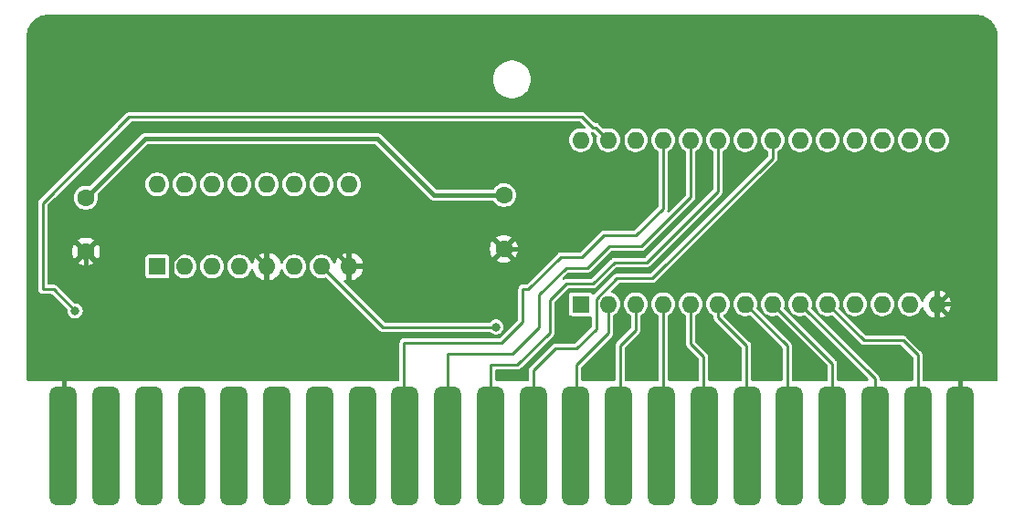
<source format=gbl>
%TF.GenerationSoftware,KiCad,Pcbnew,7.0.5-0*%
%TF.CreationDate,2023-05-29T19:57:57-04:00*%
%TF.ProjectId,vic20-ram-expander,76696332-302d-4726-916d-2d657870616e,rev?*%
%TF.SameCoordinates,Original*%
%TF.FileFunction,Copper,L2,Bot*%
%TF.FilePolarity,Positive*%
%FSLAX46Y46*%
G04 Gerber Fmt 4.6, Leading zero omitted, Abs format (unit mm)*
G04 Created by KiCad (PCBNEW 7.0.5-0) date 2023-05-29 19:57:57*
%MOMM*%
%LPD*%
G01*
G04 APERTURE LIST*
G04 Aperture macros list*
%AMRoundRect*
0 Rectangle with rounded corners*
0 $1 Rounding radius*
0 $2 $3 $4 $5 $6 $7 $8 $9 X,Y pos of 4 corners*
0 Add a 4 corners polygon primitive as box body*
4,1,4,$2,$3,$4,$5,$6,$7,$8,$9,$2,$3,0*
0 Add four circle primitives for the rounded corners*
1,1,$1+$1,$2,$3*
1,1,$1+$1,$4,$5*
1,1,$1+$1,$6,$7*
1,1,$1+$1,$8,$9*
0 Add four rect primitives between the rounded corners*
20,1,$1+$1,$2,$3,$4,$5,0*
20,1,$1+$1,$4,$5,$6,$7,0*
20,1,$1+$1,$6,$7,$8,$9,0*
20,1,$1+$1,$8,$9,$2,$3,0*%
G04 Aperture macros list end*
%TA.AperFunction,ComponentPad*%
%ADD10R,1.600000X1.600000*%
%TD*%
%TA.AperFunction,ComponentPad*%
%ADD11O,1.600000X1.600000*%
%TD*%
%TA.AperFunction,ComponentPad*%
%ADD12C,1.600000*%
%TD*%
%TA.AperFunction,ConnectorPad*%
%ADD13RoundRect,0.625000X-0.625000X-4.875000X0.625000X-4.875000X0.625000X4.875000X-0.625000X4.875000X0*%
%TD*%
%TA.AperFunction,ViaPad*%
%ADD14C,0.800000*%
%TD*%
%TA.AperFunction,Conductor*%
%ADD15C,0.250000*%
%TD*%
%TA.AperFunction,Conductor*%
%ADD16C,0.400000*%
%TD*%
G04 APERTURE END LIST*
D10*
%TO.P,U2,1,A14*%
%TO.N,Net-(U2-A14)*%
X161380000Y-111875000D03*
D11*
%TO.P,U2,2,A12*%
%TO.N,/A8*%
X163920000Y-111875000D03*
%TO.P,U2,3,A7*%
%TO.N,/A7*%
X166460000Y-111875000D03*
%TO.P,U2,4,A6*%
%TO.N,/A6*%
X169000000Y-111875000D03*
%TO.P,U2,5,A5*%
%TO.N,/A5*%
X171540000Y-111875000D03*
%TO.P,U2,6,A4*%
%TO.N,/A4*%
X174080000Y-111875000D03*
%TO.P,U2,7,A3*%
%TO.N,/A3*%
X176620000Y-111875000D03*
%TO.P,U2,8,A2*%
%TO.N,/A2*%
X179160000Y-111875000D03*
%TO.P,U2,9,A1*%
%TO.N,/A1*%
X181700000Y-111875000D03*
%TO.P,U2,10,A0*%
%TO.N,/A0*%
X184240000Y-111875000D03*
%TO.P,U2,11,Q0*%
%TO.N,/D0*%
X186780000Y-111875000D03*
%TO.P,U2,12,Q1*%
%TO.N,/D1*%
X189320000Y-111875000D03*
%TO.P,U2,13,Q2*%
%TO.N,/D2*%
X191860000Y-111875000D03*
%TO.P,U2,14,GND*%
%TO.N,GND*%
X194400000Y-111875000D03*
%TO.P,U2,15,Q3*%
%TO.N,/D3*%
X194400000Y-96635000D03*
%TO.P,U2,16,Q4*%
%TO.N,/D4*%
X191860000Y-96635000D03*
%TO.P,U2,17,Q5*%
%TO.N,/D5*%
X189320000Y-96635000D03*
%TO.P,U2,18,Q6*%
%TO.N,/D6*%
X186780000Y-96635000D03*
%TO.P,U2,19,Q7*%
%TO.N,/D7*%
X184240000Y-96635000D03*
%TO.P,U2,20,~{CS}*%
%TO.N,Net-(U2-~{CS})*%
X181700000Y-96635000D03*
%TO.P,U2,21,A10*%
%TO.N,/A9*%
X179160000Y-96635000D03*
%TO.P,U2,22,~{OE}*%
%TO.N,Net-(U2-~{CS})*%
X176620000Y-96635000D03*
%TO.P,U2,23,A11*%
%TO.N,/A10*%
X174080000Y-96635000D03*
%TO.P,U2,24,A9*%
%TO.N,/A11*%
X171540000Y-96635000D03*
%TO.P,U2,25,A8*%
%TO.N,/A12*%
X169000000Y-96635000D03*
%TO.P,U2,26,A13*%
%TO.N,Net-(U2-A13)*%
X166460000Y-96635000D03*
%TO.P,U2,27,~{WE}*%
%TO.N,R{slash}W*%
X163920000Y-96635000D03*
%TO.P,U2,28,VCC*%
%TO.N,+5V*%
X161380000Y-96635000D03*
%TD*%
D12*
%TO.P,C1,1*%
%TO.N,+5V*%
X154250000Y-101750000D03*
%TO.P,C1,2*%
%TO.N,GND*%
X154250000Y-106750000D03*
%TD*%
%TO.P,C2,1*%
%TO.N,+5V*%
X115500000Y-102000000D03*
%TO.P,C2,2*%
%TO.N,GND*%
X115500000Y-107000000D03*
%TD*%
D10*
%TO.P,U3,1,I4*%
%TO.N,+5V*%
X122125000Y-108370000D03*
D11*
%TO.P,U3,2,I5*%
X124665000Y-108370000D03*
%TO.P,U3,3,I6*%
X127205000Y-108370000D03*
%TO.P,U3,4,I7*%
X129745000Y-108370000D03*
%TO.P,U3,5,EI*%
%TO.N,GND*%
X132285000Y-108370000D03*
%TO.P,U3,6,S2*%
%TO.N,unconnected-(U3-S2-Pad6)*%
X134825000Y-108370000D03*
%TO.P,U3,7,S1*%
%TO.N,Net-(U2-A14)*%
X137365000Y-108370000D03*
%TO.P,U3,8,GND*%
%TO.N,GND*%
X139905000Y-108370000D03*
%TO.P,U3,9,S0*%
%TO.N,Net-(U2-A13)*%
X139905000Y-100750000D03*
%TO.P,U3,10,IO*%
%TO.N,Net-(U1-{slash}BLK_1)*%
X137365000Y-100750000D03*
%TO.P,U3,11,I1*%
%TO.N,Net-(U1-{slash}BLK_2)*%
X134825000Y-100750000D03*
%TO.P,U3,12,I2*%
%TO.N,Net-(U1-{slash}BLK_3)*%
X132285000Y-100750000D03*
%TO.P,U3,13,I3*%
%TO.N,Net-(U1-{slash}BLK_5)*%
X129745000Y-100750000D03*
%TO.P,U3,14,GS*%
%TO.N,Net-(U2-~{CS})*%
X127205000Y-100750000D03*
%TO.P,U3,15,EO*%
%TO.N,unconnected-(U3-EO-Pad15)*%
X124665000Y-100750000D03*
%TO.P,U3,16,VCC*%
%TO.N,+5V*%
X122125000Y-100750000D03*
%TD*%
D13*
%TO.P,U1,A,GND*%
%TO.N,GND*%
X196560000Y-125000000D03*
%TO.P,U1,B,A0*%
%TO.N,/A0*%
X192600000Y-125000000D03*
%TO.P,U1,C,A1*%
%TO.N,/A1*%
X188640000Y-125000000D03*
%TO.P,U1,D,A2*%
%TO.N,/A2*%
X184680000Y-125000000D03*
%TO.P,U1,E,A3*%
%TO.N,/A3*%
X180720000Y-125000000D03*
%TO.P,U1,F,A4*%
%TO.N,/A4*%
X176760000Y-125000000D03*
%TO.P,U1,H,A5*%
%TO.N,/A5*%
X172800000Y-125000000D03*
%TO.P,U1,J,A6*%
%TO.N,/A6*%
X168840000Y-125000000D03*
%TO.P,U1,K,A7*%
%TO.N,/A7*%
X164880000Y-125000000D03*
%TO.P,U1,L,A8*%
%TO.N,/A8*%
X160920000Y-125000000D03*
%TO.P,U1,M,A9*%
%TO.N,/A9*%
X156960000Y-125000000D03*
%TO.P,U1,N,A10*%
%TO.N,/A10*%
X153000000Y-125000000D03*
%TO.P,U1,P,A11*%
%TO.N,/A11*%
X149040000Y-125000000D03*
%TO.P,U1,R,A12*%
%TO.N,/A12*%
X145080000Y-125000000D03*
%TO.P,U1,S,A13*%
%TO.N,unconnected-(U1-A13-PadS)*%
X141120000Y-125000000D03*
%TO.P,U1,T,/I/O2*%
%TO.N,unconnected-(U1-{slash}I{slash}O2-PadT)*%
X137160000Y-125000000D03*
%TO.P,U1,U,/I/O3*%
%TO.N,unconnected-(U1-{slash}I{slash}O3-PadU)*%
X133200000Y-125000000D03*
%TO.P,U1,V,SO2*%
%TO.N,unconnected-(U1-SO2-PadV)*%
X129240000Y-125000000D03*
%TO.P,U1,W,/NMI*%
%TO.N,unconnected-(U1-{slash}NMI-PadW)*%
X125280000Y-125000000D03*
%TO.P,U1,X,/RESET*%
%TO.N,unconnected-(U1-{slash}RESET-PadX)*%
X121320000Y-125000000D03*
%TO.P,U1,Y,NC*%
%TO.N,unconnected-(U1-NC-PadY)*%
X117360000Y-125000000D03*
%TO.P,U1,Z,GND*%
%TO.N,GND*%
X113400000Y-125000000D03*
%TD*%
D14*
%TO.N,Net-(U2-A14)*%
X153500000Y-114000000D03*
%TO.N,R{slash}W*%
X114500000Y-112500000D03*
%TD*%
D15*
%TO.N,Net-(U2-A14)*%
X142995000Y-114000000D02*
X153500000Y-114000000D01*
X137365000Y-108370000D02*
X142995000Y-114000000D01*
%TO.N,/A12*%
X166500000Y-105500000D02*
X163500000Y-105500000D01*
X145000000Y-115500000D02*
X145000000Y-124920000D01*
X163500000Y-105500000D02*
X161500000Y-107500000D01*
X156000000Y-110500000D02*
X156000000Y-113500000D01*
X156000000Y-113500000D02*
X154000000Y-115500000D01*
X161500000Y-107500000D02*
X159500000Y-107500000D01*
X169000000Y-103000000D02*
X166500000Y-105500000D01*
X145000000Y-124920000D02*
X145080000Y-125000000D01*
X154000000Y-115500000D02*
X145000000Y-115500000D01*
X169000000Y-96635000D02*
X169000000Y-103000000D01*
X159500000Y-107500000D02*
X156500000Y-110500000D01*
X156500000Y-110500000D02*
X156000000Y-110500000D01*
%TO.N,/A7*%
X165000000Y-115750000D02*
X165000000Y-124880000D01*
X165000000Y-124880000D02*
X164880000Y-125000000D01*
X166460000Y-111875000D02*
X166460000Y-114290000D01*
X166460000Y-114290000D02*
X165000000Y-115750000D01*
%TO.N,/A6*%
X169000000Y-111875000D02*
X169000000Y-124840000D01*
X169000000Y-124840000D02*
X168840000Y-125000000D01*
%TO.N,/A5*%
X171540000Y-111875000D02*
X171540000Y-115540000D01*
X171540000Y-115540000D02*
X172750000Y-116750000D01*
X172750000Y-116750000D02*
X172750000Y-124950000D01*
X172750000Y-124950000D02*
X172800000Y-125000000D01*
%TO.N,/A4*%
X176750000Y-115750000D02*
X176750000Y-124990000D01*
X176750000Y-124990000D02*
X176760000Y-125000000D01*
X174080000Y-113080000D02*
X176750000Y-115750000D01*
X174080000Y-111875000D02*
X174080000Y-113080000D01*
%TO.N,/A3*%
X176620000Y-111875000D02*
X180495000Y-115750000D01*
X180495000Y-115750000D02*
X180500000Y-115750000D01*
X180500000Y-115750000D02*
X180500000Y-124780000D01*
X180500000Y-124780000D02*
X180720000Y-125000000D01*
%TO.N,/A2*%
X184680000Y-117395000D02*
X184680000Y-125000000D01*
X179160000Y-111875000D02*
X184680000Y-117395000D01*
%TO.N,/A1*%
X181700000Y-111875000D02*
X188640000Y-118815000D01*
X188640000Y-118815000D02*
X188640000Y-125000000D01*
%TO.N,/A0*%
X192600000Y-116600000D02*
X192600000Y-125000000D01*
X187615000Y-115250000D02*
X191250000Y-115250000D01*
X184240000Y-111875000D02*
X187615000Y-115250000D01*
X191250000Y-115250000D02*
X192600000Y-116600000D01*
D16*
%TO.N,GND*%
X115500000Y-111000000D02*
X117000000Y-112500000D01*
X154250000Y-106750000D02*
X155612767Y-106750000D01*
X194400000Y-111875000D02*
X196500000Y-113975000D01*
X123415000Y-111085000D02*
X123415000Y-107852233D01*
X131000000Y-107085000D02*
X132285000Y-108370000D01*
X117000000Y-112500000D02*
X122000000Y-112500000D01*
X196500000Y-113975000D02*
X196500000Y-124940000D01*
X131000000Y-106500000D02*
X131000000Y-107085000D01*
X165210000Y-96117233D02*
X167827233Y-93500000D01*
X115500000Y-107000000D02*
X115500000Y-111000000D01*
X197000000Y-93500000D02*
X197000000Y-109275000D01*
X165210000Y-97152767D02*
X165210000Y-96117233D01*
X113500000Y-115750000D02*
X113500000Y-124900000D01*
X117000000Y-112500000D02*
X116750000Y-112500000D01*
X124767233Y-106500000D02*
X131000000Y-106500000D01*
X116750000Y-112500000D02*
X113500000Y-115750000D01*
X155612767Y-106750000D02*
X165210000Y-97152767D01*
X139000000Y-106500000D02*
X139000000Y-107465000D01*
X152630000Y-108370000D02*
X154250000Y-106750000D01*
X139905000Y-108370000D02*
X152630000Y-108370000D01*
X113500000Y-124900000D02*
X113400000Y-125000000D01*
X197000000Y-109275000D02*
X194400000Y-111875000D01*
X139000000Y-107465000D02*
X139905000Y-108370000D01*
X122000000Y-112500000D02*
X123415000Y-111085000D01*
X123415000Y-107852233D02*
X124767233Y-106500000D01*
X167827233Y-93500000D02*
X197000000Y-93500000D01*
X131000000Y-106500000D02*
X139000000Y-106500000D01*
X196500000Y-124940000D02*
X196560000Y-125000000D01*
D15*
%TO.N,/A10*%
X153000000Y-117500000D02*
X153000000Y-125000000D01*
X158500000Y-111500000D02*
X158500000Y-114500000D01*
X164500000Y-108000000D02*
X162500000Y-110000000D01*
X158500000Y-114500000D02*
X155500000Y-117500000D01*
X155500000Y-117500000D02*
X153000000Y-117500000D01*
X174080000Y-96635000D02*
X174080000Y-101420000D01*
X160000000Y-110000000D02*
X158500000Y-111500000D01*
X174080000Y-101420000D02*
X167500000Y-108000000D01*
X167500000Y-108000000D02*
X164500000Y-108000000D01*
X162500000Y-110000000D02*
X160000000Y-110000000D01*
%TO.N,/A11*%
X157500000Y-114000000D02*
X155000000Y-116500000D01*
X162000000Y-108500000D02*
X160000000Y-108500000D01*
X157500000Y-111000000D02*
X157500000Y-114000000D01*
X155000000Y-116500000D02*
X149000000Y-116500000D01*
X160000000Y-108500000D02*
X157500000Y-111000000D01*
X149000000Y-116500000D02*
X149000000Y-124960000D01*
X167000000Y-106500000D02*
X164000000Y-106500000D01*
X171540000Y-96635000D02*
X171540000Y-101960000D01*
X149000000Y-124960000D02*
X149040000Y-125000000D01*
X171540000Y-101960000D02*
X167000000Y-106500000D01*
X164000000Y-106500000D02*
X162000000Y-108500000D01*
%TO.N,/A9*%
X164704009Y-109500000D02*
X162795000Y-111409009D01*
X157000000Y-124960000D02*
X156960000Y-125000000D01*
X161000000Y-116000000D02*
X159000000Y-116000000D01*
X159000000Y-116000000D02*
X157000000Y-118000000D01*
X162795000Y-114205000D02*
X161000000Y-116000000D01*
X157000000Y-118000000D02*
X157000000Y-124960000D01*
X179160000Y-98340000D02*
X168000000Y-109500000D01*
X168000000Y-109500000D02*
X164704009Y-109500000D01*
X179160000Y-96635000D02*
X179160000Y-98340000D01*
X162795000Y-111409009D02*
X162795000Y-114205000D01*
%TO.N,/A8*%
X161000000Y-124920000D02*
X160920000Y-125000000D01*
X161000000Y-117500000D02*
X161000000Y-124920000D01*
X163920000Y-111875000D02*
X163920000Y-114580000D01*
X163920000Y-114580000D02*
X161000000Y-117500000D01*
%TO.N,R{slash}W*%
X111500000Y-102500000D02*
X111500000Y-110500000D01*
X163920000Y-96635000D02*
X162745000Y-95460000D01*
X162745000Y-95460000D02*
X162460000Y-95460000D01*
X161500000Y-94500000D02*
X119500000Y-94500000D01*
X162460000Y-95460000D02*
X161500000Y-94500000D01*
X112500000Y-110500000D02*
X114500000Y-112500000D01*
X111500000Y-110500000D02*
X112500000Y-110500000D01*
X119500000Y-94500000D02*
X111500000Y-102500000D01*
D16*
%TO.N,+5V*%
X142500000Y-96500000D02*
X121000000Y-96500000D01*
X121000000Y-96500000D02*
X115500000Y-102000000D01*
X147750000Y-101750000D02*
X142500000Y-96500000D01*
X154250000Y-101750000D02*
X147750000Y-101750000D01*
%TD*%
%TA.AperFunction,Conductor*%
%TO.N,GND*%
G36*
X198002019Y-85000633D02*
G01*
X198040149Y-85003131D01*
X198083793Y-85005992D01*
X198265459Y-85018985D01*
X198273102Y-85020015D01*
X198389451Y-85043158D01*
X198533666Y-85074531D01*
X198540383Y-85076395D01*
X198658618Y-85116531D01*
X198660224Y-85117103D01*
X198791740Y-85166156D01*
X198797483Y-85168635D01*
X198911830Y-85225024D01*
X198914042Y-85226173D01*
X199034913Y-85292173D01*
X199039641Y-85295037D01*
X199146649Y-85366537D01*
X199149358Y-85368454D01*
X199258652Y-85450271D01*
X199262345Y-85453265D01*
X199359502Y-85538469D01*
X199362448Y-85541228D01*
X199458769Y-85637549D01*
X199461526Y-85640492D01*
X199546729Y-85737648D01*
X199549732Y-85741353D01*
X199601564Y-85810592D01*
X199631543Y-85850639D01*
X199633461Y-85853349D01*
X199704961Y-85960357D01*
X199707828Y-85965091D01*
X199773802Y-86085912D01*
X199774992Y-86088204D01*
X199831356Y-86202499D01*
X199833842Y-86208258D01*
X199882878Y-86339727D01*
X199883497Y-86341465D01*
X199923597Y-86459596D01*
X199925472Y-86466352D01*
X199956848Y-86610590D01*
X199979980Y-86726880D01*
X199981015Y-86734560D01*
X199994021Y-86916413D01*
X199999367Y-86997966D01*
X199999500Y-87002023D01*
X199999500Y-118876000D01*
X199979815Y-118943039D01*
X199927011Y-118988794D01*
X199875500Y-119000000D01*
X193149500Y-119000000D01*
X193082461Y-118980315D01*
X193036706Y-118927511D01*
X193025500Y-118876000D01*
X193025500Y-116532608D01*
X193025499Y-116532604D01*
X193018039Y-116509645D01*
X193013495Y-116490721D01*
X193012873Y-116486794D01*
X193009719Y-116466874D01*
X192998753Y-116445354D01*
X192991308Y-116427378D01*
X192990240Y-116424092D01*
X192983849Y-116404419D01*
X192969649Y-116384875D01*
X192959493Y-116368300D01*
X192948528Y-116346780D01*
X192853220Y-116251472D01*
X192853219Y-116251472D01*
X192835779Y-116234031D01*
X192835777Y-116234030D01*
X191544635Y-114942887D01*
X191544631Y-114942881D01*
X191503221Y-114901473D01*
X191503220Y-114901472D01*
X191481696Y-114890505D01*
X191465112Y-114880341D01*
X191445581Y-114866151D01*
X191445580Y-114866150D01*
X191422615Y-114858688D01*
X191404641Y-114851243D01*
X191383127Y-114840281D01*
X191378010Y-114839470D01*
X191359273Y-114836503D01*
X191340358Y-114831962D01*
X191317394Y-114824500D01*
X191317393Y-114824500D01*
X191283488Y-114824500D01*
X187842610Y-114824500D01*
X187775571Y-114804815D01*
X187754929Y-114788181D01*
X185315556Y-112348808D01*
X185282071Y-112287485D01*
X185283971Y-112227192D01*
X185287057Y-112216348D01*
X185326397Y-112078083D01*
X185345215Y-111875000D01*
X185674785Y-111875000D01*
X185693602Y-112078082D01*
X185749417Y-112274247D01*
X185749422Y-112274260D01*
X185840327Y-112456821D01*
X185963237Y-112619581D01*
X186113958Y-112756980D01*
X186113960Y-112756982D01*
X186213141Y-112818392D01*
X186287363Y-112864348D01*
X186477544Y-112938024D01*
X186678024Y-112975500D01*
X186678026Y-112975500D01*
X186881974Y-112975500D01*
X186881976Y-112975500D01*
X187082456Y-112938024D01*
X187272637Y-112864348D01*
X187446041Y-112756981D01*
X187596764Y-112619579D01*
X187719673Y-112456821D01*
X187810582Y-112274250D01*
X187866397Y-112078083D01*
X187885215Y-111875000D01*
X188214785Y-111875000D01*
X188233602Y-112078082D01*
X188289417Y-112274247D01*
X188289422Y-112274260D01*
X188380327Y-112456821D01*
X188503237Y-112619581D01*
X188653958Y-112756980D01*
X188653960Y-112756982D01*
X188753141Y-112818392D01*
X188827363Y-112864348D01*
X189017544Y-112938024D01*
X189218024Y-112975500D01*
X189218026Y-112975500D01*
X189421974Y-112975500D01*
X189421976Y-112975500D01*
X189622456Y-112938024D01*
X189812637Y-112864348D01*
X189986041Y-112756981D01*
X190136764Y-112619579D01*
X190259673Y-112456821D01*
X190350582Y-112274250D01*
X190406397Y-112078083D01*
X190425215Y-111875000D01*
X190754785Y-111875000D01*
X190773602Y-112078082D01*
X190829417Y-112274247D01*
X190829422Y-112274260D01*
X190920327Y-112456821D01*
X191043237Y-112619581D01*
X191193958Y-112756980D01*
X191193960Y-112756982D01*
X191293141Y-112818392D01*
X191367363Y-112864348D01*
X191557544Y-112938024D01*
X191758024Y-112975500D01*
X191758026Y-112975500D01*
X191961974Y-112975500D01*
X191961976Y-112975500D01*
X192162456Y-112938024D01*
X192352637Y-112864348D01*
X192526041Y-112756981D01*
X192676764Y-112619579D01*
X192799673Y-112456821D01*
X192890582Y-112274250D01*
X192907058Y-112216342D01*
X192944334Y-112157255D01*
X193007644Y-112127697D01*
X193076884Y-112137059D01*
X193130070Y-112182368D01*
X193146097Y-112218188D01*
X193173731Y-112321319D01*
X193173734Y-112321326D01*
X193269865Y-112527482D01*
X193400342Y-112713820D01*
X193561179Y-112874657D01*
X193747517Y-113005134D01*
X193953673Y-113101265D01*
X193953682Y-113101269D01*
X194149999Y-113153872D01*
X194150000Y-113153871D01*
X194150000Y-112190685D01*
X194161955Y-112202641D01*
X194274852Y-112260165D01*
X194368519Y-112275000D01*
X194431481Y-112275000D01*
X194525148Y-112260165D01*
X194638045Y-112202641D01*
X194650000Y-112190686D01*
X194650000Y-113153872D01*
X194846317Y-113101269D01*
X194846326Y-113101265D01*
X195052482Y-113005134D01*
X195238820Y-112874657D01*
X195399657Y-112713820D01*
X195530134Y-112527482D01*
X195626265Y-112321326D01*
X195626269Y-112321317D01*
X195678872Y-112125000D01*
X194715686Y-112125000D01*
X194727641Y-112113045D01*
X194785165Y-112000148D01*
X194804986Y-111875000D01*
X194785165Y-111749852D01*
X194727641Y-111636955D01*
X194715686Y-111625000D01*
X195678872Y-111625000D01*
X195678872Y-111624999D01*
X195626269Y-111428682D01*
X195626265Y-111428673D01*
X195530134Y-111222517D01*
X195399657Y-111036179D01*
X195238820Y-110875342D01*
X195052482Y-110744865D01*
X194846328Y-110648734D01*
X194650000Y-110596127D01*
X194650000Y-111559314D01*
X194638045Y-111547359D01*
X194525148Y-111489835D01*
X194431481Y-111475000D01*
X194368519Y-111475000D01*
X194274852Y-111489835D01*
X194161955Y-111547359D01*
X194150000Y-111559314D01*
X194150000Y-110596127D01*
X193953671Y-110648734D01*
X193747517Y-110744865D01*
X193561179Y-110875342D01*
X193400342Y-111036179D01*
X193269865Y-111222517D01*
X193173734Y-111428673D01*
X193173731Y-111428680D01*
X193146097Y-111531811D01*
X193109731Y-111591471D01*
X193046884Y-111622000D01*
X192977509Y-111613705D01*
X192923631Y-111569219D01*
X192907056Y-111533651D01*
X192906532Y-111531811D01*
X192890582Y-111475750D01*
X192869099Y-111432607D01*
X192846272Y-111386764D01*
X192799673Y-111293179D01*
X192676764Y-111130421D01*
X192676762Y-111130418D01*
X192526041Y-110993019D01*
X192526039Y-110993017D01*
X192352642Y-110885655D01*
X192352635Y-110885651D01*
X192191834Y-110823357D01*
X192162456Y-110811976D01*
X191961976Y-110774500D01*
X191758024Y-110774500D01*
X191557544Y-110811976D01*
X191557541Y-110811976D01*
X191557541Y-110811977D01*
X191367364Y-110885651D01*
X191367357Y-110885655D01*
X191193960Y-110993017D01*
X191193958Y-110993019D01*
X191043237Y-111130418D01*
X190920327Y-111293178D01*
X190829422Y-111475739D01*
X190829417Y-111475752D01*
X190773602Y-111671917D01*
X190754785Y-111874999D01*
X190754785Y-111875000D01*
X190425215Y-111875000D01*
X190406397Y-111671917D01*
X190350582Y-111475750D01*
X190329099Y-111432607D01*
X190306272Y-111386764D01*
X190259673Y-111293179D01*
X190136764Y-111130421D01*
X190136762Y-111130418D01*
X189986041Y-110993019D01*
X189986039Y-110993017D01*
X189812642Y-110885655D01*
X189812635Y-110885651D01*
X189651834Y-110823357D01*
X189622456Y-110811976D01*
X189421976Y-110774500D01*
X189218024Y-110774500D01*
X189017544Y-110811976D01*
X189017541Y-110811976D01*
X189017541Y-110811977D01*
X188827364Y-110885651D01*
X188827357Y-110885655D01*
X188653960Y-110993017D01*
X188653958Y-110993019D01*
X188503237Y-111130418D01*
X188380327Y-111293178D01*
X188289422Y-111475739D01*
X188289417Y-111475752D01*
X188233602Y-111671917D01*
X188214785Y-111874999D01*
X188214785Y-111875000D01*
X187885215Y-111875000D01*
X187866397Y-111671917D01*
X187810582Y-111475750D01*
X187789099Y-111432607D01*
X187766272Y-111386764D01*
X187719673Y-111293179D01*
X187596764Y-111130421D01*
X187596762Y-111130418D01*
X187446041Y-110993019D01*
X187446039Y-110993017D01*
X187272642Y-110885655D01*
X187272635Y-110885651D01*
X187111834Y-110823357D01*
X187082456Y-110811976D01*
X186881976Y-110774500D01*
X186678024Y-110774500D01*
X186477544Y-110811976D01*
X186477541Y-110811976D01*
X186477541Y-110811977D01*
X186287364Y-110885651D01*
X186287357Y-110885655D01*
X186113960Y-110993017D01*
X186113958Y-110993019D01*
X185963237Y-111130418D01*
X185840327Y-111293178D01*
X185749422Y-111475739D01*
X185749417Y-111475752D01*
X185693602Y-111671917D01*
X185674785Y-111874999D01*
X185674785Y-111875000D01*
X185345215Y-111875000D01*
X185326397Y-111671917D01*
X185270582Y-111475750D01*
X185249099Y-111432607D01*
X185226272Y-111386764D01*
X185179673Y-111293179D01*
X185056764Y-111130421D01*
X185056762Y-111130418D01*
X184906041Y-110993019D01*
X184906039Y-110993017D01*
X184732642Y-110885655D01*
X184732635Y-110885651D01*
X184571834Y-110823357D01*
X184542456Y-110811976D01*
X184341976Y-110774500D01*
X184138024Y-110774500D01*
X183937544Y-110811976D01*
X183937541Y-110811976D01*
X183937541Y-110811977D01*
X183747364Y-110885651D01*
X183747357Y-110885655D01*
X183573960Y-110993017D01*
X183573958Y-110993019D01*
X183423237Y-111130418D01*
X183300327Y-111293178D01*
X183209422Y-111475739D01*
X183209417Y-111475752D01*
X183153602Y-111671917D01*
X183134785Y-111874999D01*
X183134785Y-111875000D01*
X183153602Y-112078082D01*
X183209417Y-112274247D01*
X183209422Y-112274260D01*
X183300327Y-112456821D01*
X183423237Y-112619581D01*
X183573958Y-112756980D01*
X183573960Y-112756982D01*
X183673141Y-112818392D01*
X183747363Y-112864348D01*
X183937544Y-112938024D01*
X184138024Y-112975500D01*
X184138026Y-112975500D01*
X184341974Y-112975500D01*
X184341976Y-112975500D01*
X184542456Y-112938024D01*
X184581585Y-112922865D01*
X184651209Y-112917002D01*
X184712950Y-112949711D01*
X184714062Y-112950810D01*
X187266472Y-115503220D01*
X187361780Y-115598528D01*
X187383296Y-115609491D01*
X187399878Y-115619653D01*
X187419419Y-115633850D01*
X187442383Y-115641311D01*
X187460362Y-115648757D01*
X187481874Y-115659719D01*
X187505721Y-115663495D01*
X187524643Y-115668039D01*
X187547601Y-115675499D01*
X187547607Y-115675500D01*
X187581512Y-115675500D01*
X191022390Y-115675500D01*
X191089429Y-115695185D01*
X191110071Y-115711819D01*
X192138181Y-116739929D01*
X192171666Y-116801252D01*
X192174500Y-116827610D01*
X192174500Y-118876000D01*
X192154815Y-118943039D01*
X192102011Y-118988794D01*
X192050500Y-119000000D01*
X189189500Y-119000000D01*
X189122461Y-118980315D01*
X189076706Y-118927511D01*
X189065500Y-118876000D01*
X189065500Y-118849642D01*
X189065500Y-118781512D01*
X189065500Y-118747607D01*
X189058039Y-118724645D01*
X189053495Y-118705721D01*
X189049719Y-118681874D01*
X189038753Y-118660354D01*
X189031308Y-118642378D01*
X189023849Y-118619419D01*
X189009653Y-118599880D01*
X188999493Y-118583301D01*
X188988528Y-118561780D01*
X188893220Y-118466472D01*
X188893219Y-118466471D01*
X188890887Y-118464139D01*
X188890876Y-118464129D01*
X182775556Y-112348808D01*
X182742071Y-112287485D01*
X182743971Y-112227192D01*
X182747057Y-112216348D01*
X182786397Y-112078083D01*
X182805215Y-111875000D01*
X182786397Y-111671917D01*
X182730582Y-111475750D01*
X182709099Y-111432607D01*
X182686272Y-111386764D01*
X182639673Y-111293179D01*
X182516764Y-111130421D01*
X182516762Y-111130418D01*
X182366041Y-110993019D01*
X182366039Y-110993017D01*
X182192642Y-110885655D01*
X182192635Y-110885651D01*
X182031834Y-110823357D01*
X182002456Y-110811976D01*
X181801976Y-110774500D01*
X181598024Y-110774500D01*
X181397544Y-110811976D01*
X181397541Y-110811976D01*
X181397541Y-110811977D01*
X181207364Y-110885651D01*
X181207357Y-110885655D01*
X181033960Y-110993017D01*
X181033958Y-110993019D01*
X180883237Y-111130418D01*
X180760327Y-111293178D01*
X180669422Y-111475739D01*
X180669417Y-111475752D01*
X180613602Y-111671917D01*
X180594785Y-111874999D01*
X180594785Y-111875000D01*
X180613602Y-112078082D01*
X180669417Y-112274247D01*
X180669422Y-112274260D01*
X180760327Y-112456821D01*
X180883237Y-112619581D01*
X181033958Y-112756980D01*
X181033960Y-112756982D01*
X181133141Y-112818392D01*
X181207363Y-112864348D01*
X181397544Y-112938024D01*
X181598024Y-112975500D01*
X181598026Y-112975500D01*
X181801974Y-112975500D01*
X181801976Y-112975500D01*
X182002456Y-112938024D01*
X182041585Y-112922865D01*
X182111209Y-112917002D01*
X182172950Y-112949711D01*
X182174062Y-112950810D01*
X185159958Y-115936706D01*
X188011572Y-118788319D01*
X188045057Y-118849642D01*
X188040073Y-118919334D01*
X187998201Y-118975267D01*
X187932737Y-118999684D01*
X187923891Y-119000000D01*
X185229500Y-119000000D01*
X185162461Y-118980315D01*
X185116706Y-118927511D01*
X185105500Y-118876000D01*
X185105500Y-117327608D01*
X185105499Y-117327604D01*
X185098039Y-117304645D01*
X185093495Y-117285721D01*
X185089719Y-117261874D01*
X185078753Y-117240354D01*
X185071308Y-117222378D01*
X185063849Y-117199420D01*
X185063849Y-117199419D01*
X185049651Y-117179878D01*
X185039492Y-117163299D01*
X185028528Y-117141780D01*
X184933220Y-117046472D01*
X180235556Y-112348808D01*
X180202071Y-112287485D01*
X180203971Y-112227192D01*
X180207057Y-112216348D01*
X180246397Y-112078083D01*
X180265215Y-111875000D01*
X180246397Y-111671917D01*
X180190582Y-111475750D01*
X180169099Y-111432607D01*
X180146272Y-111386764D01*
X180099673Y-111293179D01*
X179976764Y-111130421D01*
X179976762Y-111130418D01*
X179826041Y-110993019D01*
X179826039Y-110993017D01*
X179652642Y-110885655D01*
X179652635Y-110885651D01*
X179491834Y-110823357D01*
X179462456Y-110811976D01*
X179261976Y-110774500D01*
X179058024Y-110774500D01*
X178857544Y-110811976D01*
X178857541Y-110811976D01*
X178857541Y-110811977D01*
X178667364Y-110885651D01*
X178667357Y-110885655D01*
X178493960Y-110993017D01*
X178493958Y-110993019D01*
X178343237Y-111130418D01*
X178220327Y-111293178D01*
X178129422Y-111475739D01*
X178129417Y-111475752D01*
X178073602Y-111671917D01*
X178054785Y-111874999D01*
X178054785Y-111875000D01*
X178073602Y-112078082D01*
X178129417Y-112274247D01*
X178129422Y-112274260D01*
X178220327Y-112456821D01*
X178343237Y-112619581D01*
X178493958Y-112756980D01*
X178493960Y-112756982D01*
X178593141Y-112818392D01*
X178667363Y-112864348D01*
X178857544Y-112938024D01*
X179058024Y-112975500D01*
X179058026Y-112975500D01*
X179261974Y-112975500D01*
X179261976Y-112975500D01*
X179462456Y-112938024D01*
X179501585Y-112922865D01*
X179571209Y-112917002D01*
X179632950Y-112949711D01*
X179634061Y-112950810D01*
X184218182Y-117534930D01*
X184251666Y-117596251D01*
X184254500Y-117622609D01*
X184254500Y-118876000D01*
X184234815Y-118943039D01*
X184182011Y-118988794D01*
X184130500Y-119000000D01*
X181049500Y-119000000D01*
X180982461Y-118980315D01*
X180936706Y-118927511D01*
X180925500Y-118876000D01*
X180925500Y-115793245D01*
X180927027Y-115773846D01*
X180927367Y-115771703D01*
X180930804Y-115750000D01*
X180930294Y-115746781D01*
X180922027Y-115694582D01*
X180921661Y-115689944D01*
X180920500Y-115682613D01*
X180920500Y-115682607D01*
X180920498Y-115682601D01*
X180919338Y-115675276D01*
X180918252Y-115670753D01*
X180909719Y-115616874D01*
X180884955Y-115568272D01*
X180880816Y-115558279D01*
X180876883Y-115550560D01*
X180871229Y-115541335D01*
X180848528Y-115496780D01*
X180753220Y-115401472D01*
X180753217Y-115401470D01*
X180753216Y-115401469D01*
X180745322Y-115395733D01*
X180746074Y-115394696D01*
X180729137Y-115382389D01*
X177695556Y-112348808D01*
X177662071Y-112287485D01*
X177663971Y-112227192D01*
X177667057Y-112216348D01*
X177706397Y-112078083D01*
X177725215Y-111875000D01*
X177706397Y-111671917D01*
X177650582Y-111475750D01*
X177629099Y-111432607D01*
X177606272Y-111386764D01*
X177559673Y-111293179D01*
X177436764Y-111130421D01*
X177436762Y-111130418D01*
X177286041Y-110993019D01*
X177286039Y-110993017D01*
X177112642Y-110885655D01*
X177112635Y-110885651D01*
X176951834Y-110823357D01*
X176922456Y-110811976D01*
X176721976Y-110774500D01*
X176518024Y-110774500D01*
X176317544Y-110811976D01*
X176317541Y-110811976D01*
X176317541Y-110811977D01*
X176127364Y-110885651D01*
X176127357Y-110885655D01*
X175953960Y-110993017D01*
X175953958Y-110993019D01*
X175803237Y-111130418D01*
X175680327Y-111293178D01*
X175589422Y-111475739D01*
X175589417Y-111475752D01*
X175533602Y-111671917D01*
X175514785Y-111874999D01*
X175514785Y-111875000D01*
X175533602Y-112078082D01*
X175589417Y-112274247D01*
X175589422Y-112274260D01*
X175680327Y-112456821D01*
X175803237Y-112619581D01*
X175953958Y-112756980D01*
X175953960Y-112756982D01*
X176053141Y-112818392D01*
X176127363Y-112864348D01*
X176317544Y-112938024D01*
X176518024Y-112975500D01*
X176518026Y-112975500D01*
X176721974Y-112975500D01*
X176721976Y-112975500D01*
X176922456Y-112938024D01*
X176961585Y-112922865D01*
X177031209Y-112917002D01*
X177092950Y-112949711D01*
X177094062Y-112950810D01*
X180038181Y-115894929D01*
X180071666Y-115956252D01*
X180074500Y-115982610D01*
X180074500Y-118876000D01*
X180054815Y-118943039D01*
X180002011Y-118988794D01*
X179950500Y-119000000D01*
X177299500Y-119000000D01*
X177232461Y-118980315D01*
X177186706Y-118927511D01*
X177175500Y-118876000D01*
X177175500Y-115682608D01*
X177175499Y-115682604D01*
X177168039Y-115659645D01*
X177163495Y-115640721D01*
X177163461Y-115640505D01*
X177159719Y-115616874D01*
X177148753Y-115595354D01*
X177141308Y-115577378D01*
X177140373Y-115574500D01*
X177133849Y-115554419D01*
X177119653Y-115534880D01*
X177109493Y-115518301D01*
X177098528Y-115496780D01*
X177003220Y-115401472D01*
X177003218Y-115401470D01*
X174617532Y-113015785D01*
X174584048Y-112954462D01*
X174589032Y-112884770D01*
X174630904Y-112828837D01*
X174639926Y-112822684D01*
X174746041Y-112756981D01*
X174896764Y-112619579D01*
X175019673Y-112456821D01*
X175110582Y-112274250D01*
X175166397Y-112078083D01*
X175185215Y-111875000D01*
X175166397Y-111671917D01*
X175110582Y-111475750D01*
X175089099Y-111432607D01*
X175066272Y-111386764D01*
X175019673Y-111293179D01*
X174896764Y-111130421D01*
X174896762Y-111130418D01*
X174746041Y-110993019D01*
X174746039Y-110993017D01*
X174572642Y-110885655D01*
X174572635Y-110885651D01*
X174411834Y-110823357D01*
X174382456Y-110811976D01*
X174181976Y-110774500D01*
X173978024Y-110774500D01*
X173777544Y-110811976D01*
X173777541Y-110811976D01*
X173777541Y-110811977D01*
X173587364Y-110885651D01*
X173587357Y-110885655D01*
X173413960Y-110993017D01*
X173413958Y-110993019D01*
X173263237Y-111130418D01*
X173140327Y-111293178D01*
X173049422Y-111475739D01*
X173049417Y-111475752D01*
X172993602Y-111671917D01*
X172974785Y-111874999D01*
X172974785Y-111875000D01*
X172993602Y-112078082D01*
X173049417Y-112274247D01*
X173049422Y-112274260D01*
X173140327Y-112456821D01*
X173263237Y-112619581D01*
X173413958Y-112756980D01*
X173413960Y-112756982D01*
X173592237Y-112867366D01*
X173591375Y-112868756D01*
X173636998Y-112911041D01*
X173654500Y-112974555D01*
X173654500Y-113147394D01*
X173661962Y-113170358D01*
X173666503Y-113189273D01*
X173669470Y-113208010D01*
X173670281Y-113213127D01*
X173681243Y-113234641D01*
X173688688Y-113252615D01*
X173696150Y-113275580D01*
X173710340Y-113295110D01*
X173720508Y-113311703D01*
X173731470Y-113333218D01*
X173731472Y-113333220D01*
X173755446Y-113357194D01*
X175031381Y-114633129D01*
X176288181Y-115889928D01*
X176321666Y-115951251D01*
X176324500Y-115977609D01*
X176324500Y-118876000D01*
X176304815Y-118943039D01*
X176252011Y-118988794D01*
X176200500Y-119000000D01*
X173299500Y-119000000D01*
X173232461Y-118980315D01*
X173186706Y-118927511D01*
X173175500Y-118876000D01*
X173175500Y-116682608D01*
X173175499Y-116682604D01*
X173168039Y-116659645D01*
X173163495Y-116640721D01*
X173159719Y-116616874D01*
X173148753Y-116595354D01*
X173141308Y-116577378D01*
X173137777Y-116566511D01*
X173133849Y-116554419D01*
X173119649Y-116534875D01*
X173109493Y-116518300D01*
X173098528Y-116496780D01*
X173020659Y-116418911D01*
X173020658Y-116418909D01*
X172001819Y-115400070D01*
X171968334Y-115338747D01*
X171965500Y-115312389D01*
X171965500Y-112974555D01*
X171985185Y-112907516D01*
X172028555Y-112868645D01*
X172027763Y-112867366D01*
X172206039Y-112756982D01*
X172206038Y-112756982D01*
X172206041Y-112756981D01*
X172356764Y-112619579D01*
X172479673Y-112456821D01*
X172570582Y-112274250D01*
X172626397Y-112078083D01*
X172645215Y-111875000D01*
X172626397Y-111671917D01*
X172570582Y-111475750D01*
X172549099Y-111432607D01*
X172526272Y-111386764D01*
X172479673Y-111293179D01*
X172356764Y-111130421D01*
X172356762Y-111130418D01*
X172206041Y-110993019D01*
X172206039Y-110993017D01*
X172032642Y-110885655D01*
X172032635Y-110885651D01*
X171871834Y-110823357D01*
X171842456Y-110811976D01*
X171641976Y-110774500D01*
X171438024Y-110774500D01*
X171237544Y-110811976D01*
X171237541Y-110811976D01*
X171237541Y-110811977D01*
X171047364Y-110885651D01*
X171047357Y-110885655D01*
X170873960Y-110993017D01*
X170873958Y-110993019D01*
X170723237Y-111130418D01*
X170600327Y-111293178D01*
X170509422Y-111475739D01*
X170509417Y-111475752D01*
X170453602Y-111671917D01*
X170434785Y-111874999D01*
X170434785Y-111875000D01*
X170453602Y-112078082D01*
X170509417Y-112274247D01*
X170509422Y-112274260D01*
X170600327Y-112456821D01*
X170723237Y-112619581D01*
X170873958Y-112756980D01*
X170873960Y-112756982D01*
X171052237Y-112867366D01*
X171051375Y-112868756D01*
X171096998Y-112911041D01*
X171114500Y-112974555D01*
X171114500Y-115607394D01*
X171121962Y-115630358D01*
X171126503Y-115649273D01*
X171129470Y-115668010D01*
X171130281Y-115673127D01*
X171141243Y-115694641D01*
X171148688Y-115712615D01*
X171156150Y-115735580D01*
X171170340Y-115755110D01*
X171180508Y-115771703D01*
X171191470Y-115793218D01*
X172288181Y-116889929D01*
X172321666Y-116951252D01*
X172324500Y-116977610D01*
X172324500Y-118876000D01*
X172304815Y-118943039D01*
X172252011Y-118988794D01*
X172200500Y-119000000D01*
X169549500Y-119000000D01*
X169482461Y-118980315D01*
X169436706Y-118927511D01*
X169425500Y-118876000D01*
X169425500Y-112974555D01*
X169445185Y-112907516D01*
X169488555Y-112868645D01*
X169487763Y-112867366D01*
X169666039Y-112756982D01*
X169666038Y-112756982D01*
X169666041Y-112756981D01*
X169816764Y-112619579D01*
X169939673Y-112456821D01*
X170030582Y-112274250D01*
X170086397Y-112078083D01*
X170105215Y-111875000D01*
X170086397Y-111671917D01*
X170030582Y-111475750D01*
X170009099Y-111432607D01*
X169986272Y-111386764D01*
X169939673Y-111293179D01*
X169816764Y-111130421D01*
X169816762Y-111130418D01*
X169666041Y-110993019D01*
X169666039Y-110993017D01*
X169492642Y-110885655D01*
X169492635Y-110885651D01*
X169331834Y-110823357D01*
X169302456Y-110811976D01*
X169101976Y-110774500D01*
X168898024Y-110774500D01*
X168697544Y-110811976D01*
X168697541Y-110811976D01*
X168697541Y-110811977D01*
X168507364Y-110885651D01*
X168507357Y-110885655D01*
X168333960Y-110993017D01*
X168333958Y-110993019D01*
X168183237Y-111130418D01*
X168060327Y-111293178D01*
X167969422Y-111475739D01*
X167969417Y-111475752D01*
X167913602Y-111671917D01*
X167894785Y-111874999D01*
X167894785Y-111875000D01*
X167913602Y-112078082D01*
X167969417Y-112274247D01*
X167969422Y-112274260D01*
X168060327Y-112456821D01*
X168183237Y-112619581D01*
X168333958Y-112756980D01*
X168333960Y-112756982D01*
X168512237Y-112867366D01*
X168511375Y-112868756D01*
X168556998Y-112911041D01*
X168574500Y-112974555D01*
X168574500Y-118876000D01*
X168554815Y-118943039D01*
X168502011Y-118988794D01*
X168450500Y-119000000D01*
X165549500Y-119000000D01*
X165482461Y-118980315D01*
X165436706Y-118927511D01*
X165425500Y-118876000D01*
X165425500Y-115977610D01*
X165445185Y-115910571D01*
X165461819Y-115889929D01*
X166104974Y-115246774D01*
X166784554Y-114567194D01*
X166784554Y-114567193D01*
X166808528Y-114543220D01*
X166819493Y-114521699D01*
X166829650Y-114505125D01*
X166843850Y-114485581D01*
X166851311Y-114462614D01*
X166858760Y-114444633D01*
X166869718Y-114423129D01*
X166869718Y-114423128D01*
X166869718Y-114423127D01*
X166869719Y-114423126D01*
X166873496Y-114399273D01*
X166878035Y-114380366D01*
X166885500Y-114357393D01*
X166885500Y-114222607D01*
X166885500Y-114222606D01*
X166885500Y-112974555D01*
X166905185Y-112907516D01*
X166948555Y-112868645D01*
X166947763Y-112867366D01*
X167126039Y-112756982D01*
X167126038Y-112756982D01*
X167126041Y-112756981D01*
X167276764Y-112619579D01*
X167399673Y-112456821D01*
X167490582Y-112274250D01*
X167546397Y-112078083D01*
X167565215Y-111875000D01*
X167546397Y-111671917D01*
X167490582Y-111475750D01*
X167469099Y-111432607D01*
X167446272Y-111386764D01*
X167399673Y-111293179D01*
X167276764Y-111130421D01*
X167276762Y-111130418D01*
X167126041Y-110993019D01*
X167126039Y-110993017D01*
X166952642Y-110885655D01*
X166952635Y-110885651D01*
X166791834Y-110823357D01*
X166762456Y-110811976D01*
X166561976Y-110774500D01*
X166358024Y-110774500D01*
X166157544Y-110811976D01*
X166157541Y-110811976D01*
X166157541Y-110811977D01*
X165967364Y-110885651D01*
X165967357Y-110885655D01*
X165793960Y-110993017D01*
X165793958Y-110993019D01*
X165643237Y-111130418D01*
X165520327Y-111293178D01*
X165429422Y-111475739D01*
X165429417Y-111475752D01*
X165373602Y-111671917D01*
X165354785Y-111874999D01*
X165354785Y-111875000D01*
X165373602Y-112078082D01*
X165429417Y-112274247D01*
X165429422Y-112274260D01*
X165520327Y-112456821D01*
X165643237Y-112619581D01*
X165793958Y-112756980D01*
X165793960Y-112756982D01*
X165972237Y-112867366D01*
X165971375Y-112868756D01*
X166016998Y-112911041D01*
X166034500Y-112974555D01*
X166034500Y-114062388D01*
X166014815Y-114129427D01*
X165998181Y-114150069D01*
X164688196Y-115460053D01*
X164688192Y-115460059D01*
X164651472Y-115496778D01*
X164640510Y-115518293D01*
X164630346Y-115534878D01*
X164616152Y-115554414D01*
X164616151Y-115554417D01*
X164608688Y-115577385D01*
X164601243Y-115595358D01*
X164590280Y-115616873D01*
X164586503Y-115640722D01*
X164581962Y-115659639D01*
X164574500Y-115682604D01*
X164574500Y-118876000D01*
X164554815Y-118943039D01*
X164502011Y-118988794D01*
X164450500Y-119000000D01*
X161549500Y-119000000D01*
X161482461Y-118980315D01*
X161436706Y-118927511D01*
X161425500Y-118876000D01*
X161425500Y-118464119D01*
X161425500Y-117727606D01*
X161445184Y-117660571D01*
X161461813Y-117639934D01*
X164244554Y-114857194D01*
X164244554Y-114857193D01*
X164268528Y-114833220D01*
X164279493Y-114811699D01*
X164289650Y-114795125D01*
X164303850Y-114775581D01*
X164311311Y-114752614D01*
X164318760Y-114734633D01*
X164329718Y-114713129D01*
X164329718Y-114713128D01*
X164329718Y-114713127D01*
X164329719Y-114713126D01*
X164333496Y-114689273D01*
X164338035Y-114670366D01*
X164345500Y-114647393D01*
X164345500Y-114512607D01*
X164345500Y-112974554D01*
X164365185Y-112907516D01*
X164408555Y-112868645D01*
X164407763Y-112867366D01*
X164586039Y-112756982D01*
X164586038Y-112756982D01*
X164586041Y-112756981D01*
X164736764Y-112619579D01*
X164859673Y-112456821D01*
X164950582Y-112274250D01*
X165006397Y-112078083D01*
X165025215Y-111875000D01*
X165006397Y-111671917D01*
X164950582Y-111475750D01*
X164929099Y-111432607D01*
X164906272Y-111386764D01*
X164859673Y-111293179D01*
X164736764Y-111130421D01*
X164736762Y-111130418D01*
X164586041Y-110993019D01*
X164586039Y-110993017D01*
X164412642Y-110885655D01*
X164412641Y-110885654D01*
X164412637Y-110885652D01*
X164412632Y-110885650D01*
X164412626Y-110885647D01*
X164235083Y-110816866D01*
X164179681Y-110774294D01*
X164156091Y-110708527D01*
X164171802Y-110640446D01*
X164192192Y-110613563D01*
X164843937Y-109961819D01*
X164905261Y-109928334D01*
X164931619Y-109925500D01*
X168067392Y-109925500D01*
X168067393Y-109925500D01*
X168090360Y-109918036D01*
X168109276Y-109913495D01*
X168133126Y-109909719D01*
X168154636Y-109898757D01*
X168172614Y-109891310D01*
X168195581Y-109883849D01*
X168215118Y-109869653D01*
X168231706Y-109859488D01*
X168253220Y-109848528D01*
X168348528Y-109753220D01*
X179484553Y-98617195D01*
X179484553Y-98617194D01*
X179508528Y-98593220D01*
X179519498Y-98571689D01*
X179529647Y-98555126D01*
X179543849Y-98535581D01*
X179551309Y-98512616D01*
X179558759Y-98494634D01*
X179569718Y-98473128D01*
X179569718Y-98473127D01*
X179569719Y-98473126D01*
X179573495Y-98449276D01*
X179578036Y-98430360D01*
X179585500Y-98407393D01*
X179585500Y-98272607D01*
X179585500Y-98272606D01*
X179585500Y-97734555D01*
X179605185Y-97667516D01*
X179648555Y-97628645D01*
X179647763Y-97627366D01*
X179826039Y-97516982D01*
X179826038Y-97516982D01*
X179826041Y-97516981D01*
X179976764Y-97379579D01*
X180099673Y-97216821D01*
X180190582Y-97034250D01*
X180246397Y-96838083D01*
X180265215Y-96635000D01*
X180594785Y-96635000D01*
X180613602Y-96838082D01*
X180669417Y-97034247D01*
X180669422Y-97034260D01*
X180760327Y-97216821D01*
X180883237Y-97379581D01*
X181033958Y-97516980D01*
X181033960Y-97516982D01*
X181133141Y-97578392D01*
X181207363Y-97624348D01*
X181397544Y-97698024D01*
X181598024Y-97735500D01*
X181598026Y-97735500D01*
X181801974Y-97735500D01*
X181801976Y-97735500D01*
X182002456Y-97698024D01*
X182192637Y-97624348D01*
X182366041Y-97516981D01*
X182516764Y-97379579D01*
X182639673Y-97216821D01*
X182730582Y-97034250D01*
X182786397Y-96838083D01*
X182805215Y-96635000D01*
X183134785Y-96635000D01*
X183153602Y-96838082D01*
X183209417Y-97034247D01*
X183209422Y-97034260D01*
X183300327Y-97216821D01*
X183423237Y-97379581D01*
X183573958Y-97516980D01*
X183573960Y-97516982D01*
X183673141Y-97578392D01*
X183747363Y-97624348D01*
X183937544Y-97698024D01*
X184138024Y-97735500D01*
X184138026Y-97735500D01*
X184341974Y-97735500D01*
X184341976Y-97735500D01*
X184542456Y-97698024D01*
X184732637Y-97624348D01*
X184906041Y-97516981D01*
X185056764Y-97379579D01*
X185179673Y-97216821D01*
X185270582Y-97034250D01*
X185326397Y-96838083D01*
X185345215Y-96635000D01*
X185674785Y-96635000D01*
X185693602Y-96838082D01*
X185749417Y-97034247D01*
X185749422Y-97034260D01*
X185840327Y-97216821D01*
X185963237Y-97379581D01*
X186113958Y-97516980D01*
X186113960Y-97516982D01*
X186213141Y-97578392D01*
X186287363Y-97624348D01*
X186477544Y-97698024D01*
X186678024Y-97735500D01*
X186678026Y-97735500D01*
X186881974Y-97735500D01*
X186881976Y-97735500D01*
X187082456Y-97698024D01*
X187272637Y-97624348D01*
X187446041Y-97516981D01*
X187596764Y-97379579D01*
X187719673Y-97216821D01*
X187810582Y-97034250D01*
X187866397Y-96838083D01*
X187885215Y-96635000D01*
X188214785Y-96635000D01*
X188233602Y-96838082D01*
X188289417Y-97034247D01*
X188289422Y-97034260D01*
X188380327Y-97216821D01*
X188503237Y-97379581D01*
X188653958Y-97516980D01*
X188653960Y-97516982D01*
X188753141Y-97578392D01*
X188827363Y-97624348D01*
X189017544Y-97698024D01*
X189218024Y-97735500D01*
X189218026Y-97735500D01*
X189421974Y-97735500D01*
X189421976Y-97735500D01*
X189622456Y-97698024D01*
X189812637Y-97624348D01*
X189986041Y-97516981D01*
X190136764Y-97379579D01*
X190259673Y-97216821D01*
X190350582Y-97034250D01*
X190406397Y-96838083D01*
X190425215Y-96635000D01*
X190754785Y-96635000D01*
X190773602Y-96838082D01*
X190829417Y-97034247D01*
X190829422Y-97034260D01*
X190920327Y-97216821D01*
X191043237Y-97379581D01*
X191193958Y-97516980D01*
X191193960Y-97516982D01*
X191293141Y-97578392D01*
X191367363Y-97624348D01*
X191557544Y-97698024D01*
X191758024Y-97735500D01*
X191758026Y-97735500D01*
X191961974Y-97735500D01*
X191961976Y-97735500D01*
X192162456Y-97698024D01*
X192352637Y-97624348D01*
X192526041Y-97516981D01*
X192676764Y-97379579D01*
X192799673Y-97216821D01*
X192890582Y-97034250D01*
X192946397Y-96838083D01*
X192965215Y-96635000D01*
X193294785Y-96635000D01*
X193313602Y-96838082D01*
X193369417Y-97034247D01*
X193369422Y-97034260D01*
X193460327Y-97216821D01*
X193583237Y-97379581D01*
X193733958Y-97516980D01*
X193733960Y-97516982D01*
X193833141Y-97578392D01*
X193907363Y-97624348D01*
X194097544Y-97698024D01*
X194298024Y-97735500D01*
X194298026Y-97735500D01*
X194501974Y-97735500D01*
X194501976Y-97735500D01*
X194702456Y-97698024D01*
X194892637Y-97624348D01*
X195066041Y-97516981D01*
X195216764Y-97379579D01*
X195339673Y-97216821D01*
X195430582Y-97034250D01*
X195486397Y-96838083D01*
X195505215Y-96635000D01*
X195486397Y-96431917D01*
X195430582Y-96235750D01*
X195430574Y-96235734D01*
X195373335Y-96120782D01*
X195339673Y-96053179D01*
X195216764Y-95890421D01*
X195216762Y-95890418D01*
X195066041Y-95753019D01*
X195066039Y-95753017D01*
X194892642Y-95645655D01*
X194892635Y-95645651D01*
X194756715Y-95592996D01*
X194702456Y-95571976D01*
X194501976Y-95534500D01*
X194298024Y-95534500D01*
X194097544Y-95571976D01*
X194097541Y-95571976D01*
X194097541Y-95571977D01*
X193907364Y-95645651D01*
X193907357Y-95645655D01*
X193733960Y-95753017D01*
X193733958Y-95753019D01*
X193583237Y-95890418D01*
X193460327Y-96053178D01*
X193369422Y-96235739D01*
X193369417Y-96235752D01*
X193313602Y-96431917D01*
X193294785Y-96634999D01*
X193294785Y-96635000D01*
X192965215Y-96635000D01*
X192946397Y-96431917D01*
X192890582Y-96235750D01*
X192890574Y-96235734D01*
X192833335Y-96120782D01*
X192799673Y-96053179D01*
X192676764Y-95890421D01*
X192676762Y-95890418D01*
X192526041Y-95753019D01*
X192526039Y-95753017D01*
X192352642Y-95645655D01*
X192352635Y-95645651D01*
X192216715Y-95592996D01*
X192162456Y-95571976D01*
X191961976Y-95534500D01*
X191758024Y-95534500D01*
X191557544Y-95571976D01*
X191557541Y-95571976D01*
X191557541Y-95571977D01*
X191367364Y-95645651D01*
X191367357Y-95645655D01*
X191193960Y-95753017D01*
X191193958Y-95753019D01*
X191043237Y-95890418D01*
X190920327Y-96053178D01*
X190829422Y-96235739D01*
X190829417Y-96235752D01*
X190773602Y-96431917D01*
X190754785Y-96634999D01*
X190754785Y-96635000D01*
X190425215Y-96635000D01*
X190406397Y-96431917D01*
X190350582Y-96235750D01*
X190350574Y-96235734D01*
X190293335Y-96120782D01*
X190259673Y-96053179D01*
X190136764Y-95890421D01*
X190136762Y-95890418D01*
X189986041Y-95753019D01*
X189986039Y-95753017D01*
X189812642Y-95645655D01*
X189812635Y-95645651D01*
X189676715Y-95592996D01*
X189622456Y-95571976D01*
X189421976Y-95534500D01*
X189218024Y-95534500D01*
X189017544Y-95571976D01*
X189017541Y-95571976D01*
X189017541Y-95571977D01*
X188827364Y-95645651D01*
X188827357Y-95645655D01*
X188653960Y-95753017D01*
X188653958Y-95753019D01*
X188503237Y-95890418D01*
X188380327Y-96053178D01*
X188289422Y-96235739D01*
X188289417Y-96235752D01*
X188233602Y-96431917D01*
X188214785Y-96634999D01*
X188214785Y-96635000D01*
X187885215Y-96635000D01*
X187866397Y-96431917D01*
X187810582Y-96235750D01*
X187810574Y-96235734D01*
X187753335Y-96120782D01*
X187719673Y-96053179D01*
X187596764Y-95890421D01*
X187596762Y-95890418D01*
X187446041Y-95753019D01*
X187446039Y-95753017D01*
X187272642Y-95645655D01*
X187272635Y-95645651D01*
X187136715Y-95592996D01*
X187082456Y-95571976D01*
X186881976Y-95534500D01*
X186678024Y-95534500D01*
X186477544Y-95571976D01*
X186477541Y-95571976D01*
X186477541Y-95571977D01*
X186287364Y-95645651D01*
X186287357Y-95645655D01*
X186113960Y-95753017D01*
X186113958Y-95753019D01*
X185963237Y-95890418D01*
X185840327Y-96053178D01*
X185749422Y-96235739D01*
X185749417Y-96235752D01*
X185693602Y-96431917D01*
X185674785Y-96634999D01*
X185674785Y-96635000D01*
X185345215Y-96635000D01*
X185326397Y-96431917D01*
X185270582Y-96235750D01*
X185270574Y-96235734D01*
X185213335Y-96120782D01*
X185179673Y-96053179D01*
X185056764Y-95890421D01*
X185056762Y-95890418D01*
X184906041Y-95753019D01*
X184906039Y-95753017D01*
X184732642Y-95645655D01*
X184732635Y-95645651D01*
X184596715Y-95592996D01*
X184542456Y-95571976D01*
X184341976Y-95534500D01*
X184138024Y-95534500D01*
X183937544Y-95571976D01*
X183937541Y-95571976D01*
X183937541Y-95571977D01*
X183747364Y-95645651D01*
X183747357Y-95645655D01*
X183573960Y-95753017D01*
X183573958Y-95753019D01*
X183423237Y-95890418D01*
X183300327Y-96053178D01*
X183209422Y-96235739D01*
X183209417Y-96235752D01*
X183153602Y-96431917D01*
X183134785Y-96634999D01*
X183134785Y-96635000D01*
X182805215Y-96635000D01*
X182786397Y-96431917D01*
X182730582Y-96235750D01*
X182730574Y-96235734D01*
X182673335Y-96120782D01*
X182639673Y-96053179D01*
X182516764Y-95890421D01*
X182516762Y-95890418D01*
X182366041Y-95753019D01*
X182366039Y-95753017D01*
X182192642Y-95645655D01*
X182192635Y-95645651D01*
X182056715Y-95592996D01*
X182002456Y-95571976D01*
X181801976Y-95534500D01*
X181598024Y-95534500D01*
X181397544Y-95571976D01*
X181397541Y-95571976D01*
X181397541Y-95571977D01*
X181207364Y-95645651D01*
X181207357Y-95645655D01*
X181033960Y-95753017D01*
X181033958Y-95753019D01*
X180883237Y-95890418D01*
X180760327Y-96053178D01*
X180669422Y-96235739D01*
X180669417Y-96235752D01*
X180613602Y-96431917D01*
X180594785Y-96634999D01*
X180594785Y-96635000D01*
X180265215Y-96635000D01*
X180246397Y-96431917D01*
X180190582Y-96235750D01*
X180190574Y-96235734D01*
X180133335Y-96120782D01*
X180099673Y-96053179D01*
X179976764Y-95890421D01*
X179976762Y-95890418D01*
X179826041Y-95753019D01*
X179826039Y-95753017D01*
X179652642Y-95645655D01*
X179652635Y-95645651D01*
X179516715Y-95592996D01*
X179462456Y-95571976D01*
X179261976Y-95534500D01*
X179058024Y-95534500D01*
X178857544Y-95571976D01*
X178857541Y-95571976D01*
X178857541Y-95571977D01*
X178667364Y-95645651D01*
X178667357Y-95645655D01*
X178493960Y-95753017D01*
X178493958Y-95753019D01*
X178343237Y-95890418D01*
X178220327Y-96053178D01*
X178129422Y-96235739D01*
X178129417Y-96235752D01*
X178073602Y-96431917D01*
X178054785Y-96634999D01*
X178054785Y-96635000D01*
X178073602Y-96838082D01*
X178129417Y-97034247D01*
X178129422Y-97034260D01*
X178220327Y-97216821D01*
X178343237Y-97379581D01*
X178493958Y-97516980D01*
X178493960Y-97516982D01*
X178672237Y-97627366D01*
X178671375Y-97628756D01*
X178716998Y-97671041D01*
X178734500Y-97734555D01*
X178734500Y-98112389D01*
X178714815Y-98179428D01*
X178698181Y-98200070D01*
X167860071Y-109038181D01*
X167798748Y-109071666D01*
X167772390Y-109074500D01*
X164636613Y-109074500D01*
X164613648Y-109081962D01*
X164594731Y-109086503D01*
X164570882Y-109090280D01*
X164549367Y-109101243D01*
X164531395Y-109108688D01*
X164508427Y-109116151D01*
X164508422Y-109116153D01*
X164488890Y-109130344D01*
X164472310Y-109140505D01*
X164450790Y-109151471D01*
X164450784Y-109151475D01*
X164390736Y-109211518D01*
X164390494Y-109211765D01*
X162642236Y-110960022D01*
X162580913Y-110993507D01*
X162511221Y-110988523D01*
X162455288Y-110946651D01*
X162441122Y-110922430D01*
X162432206Y-110902235D01*
X162352765Y-110822794D01*
X162328267Y-110811977D01*
X162249992Y-110777415D01*
X162224865Y-110774500D01*
X160535143Y-110774500D01*
X160535117Y-110774502D01*
X160510012Y-110777413D01*
X160510008Y-110777415D01*
X160407235Y-110822793D01*
X160327794Y-110902234D01*
X160282415Y-111005006D01*
X160282415Y-111005008D01*
X160279500Y-111030131D01*
X160279500Y-112719856D01*
X160279502Y-112719882D01*
X160282413Y-112744987D01*
X160282415Y-112744991D01*
X160327793Y-112847764D01*
X160327794Y-112847765D01*
X160407235Y-112927206D01*
X160510009Y-112972585D01*
X160535135Y-112975500D01*
X162224864Y-112975499D01*
X162231206Y-112974763D01*
X162300065Y-112986587D01*
X162351603Y-113033764D01*
X162369500Y-113097936D01*
X162369500Y-113977389D01*
X162349815Y-114044428D01*
X162333181Y-114065070D01*
X160860071Y-115538181D01*
X160798748Y-115571666D01*
X160772390Y-115574500D01*
X158932604Y-115574500D01*
X158909639Y-115581962D01*
X158890722Y-115586503D01*
X158866873Y-115590280D01*
X158845358Y-115601243D01*
X158827385Y-115608688D01*
X158804418Y-115616150D01*
X158804416Y-115616151D01*
X158784883Y-115630343D01*
X158768301Y-115640505D01*
X158746782Y-115651470D01*
X158658541Y-115739711D01*
X158658540Y-115739710D01*
X156651472Y-117746778D01*
X156640510Y-117768293D01*
X156630346Y-117784878D01*
X156616152Y-117804414D01*
X156616151Y-117804417D01*
X156608688Y-117827385D01*
X156601243Y-117845358D01*
X156590280Y-117866873D01*
X156586503Y-117890722D01*
X156581962Y-117909639D01*
X156574500Y-117932604D01*
X156574500Y-118876000D01*
X156554815Y-118943039D01*
X156502011Y-118988794D01*
X156450500Y-119000000D01*
X153549500Y-119000000D01*
X153482461Y-118980315D01*
X153436706Y-118927511D01*
X153425500Y-118876000D01*
X153425500Y-118049500D01*
X153445185Y-117982461D01*
X153497989Y-117936706D01*
X153549500Y-117925500D01*
X155567392Y-117925500D01*
X155567393Y-117925500D01*
X155590360Y-117918036D01*
X155609276Y-117913495D01*
X155633126Y-117909719D01*
X155654636Y-117898757D01*
X155672614Y-117891310D01*
X155695581Y-117883849D01*
X155715118Y-117869653D01*
X155731706Y-117859488D01*
X155753220Y-117848528D01*
X155848528Y-117753220D01*
X155848528Y-117753219D01*
X158824554Y-114777194D01*
X158824554Y-114777193D01*
X158848528Y-114753220D01*
X158859493Y-114731699D01*
X158869650Y-114715125D01*
X158883850Y-114695581D01*
X158891311Y-114672614D01*
X158898760Y-114654633D01*
X158909718Y-114633129D01*
X158909718Y-114633128D01*
X158909718Y-114633127D01*
X158909719Y-114633126D01*
X158913496Y-114609273D01*
X158918035Y-114590366D01*
X158925500Y-114567393D01*
X158925500Y-114432607D01*
X158925500Y-114432606D01*
X158925500Y-111727608D01*
X158945185Y-111660570D01*
X158961819Y-111639928D01*
X160139929Y-110461819D01*
X160201252Y-110428334D01*
X160227610Y-110425500D01*
X162567392Y-110425500D01*
X162567393Y-110425500D01*
X162590360Y-110418036D01*
X162609276Y-110413495D01*
X162633126Y-110409719D01*
X162654636Y-110398757D01*
X162672614Y-110391310D01*
X162695581Y-110383849D01*
X162715118Y-110369653D01*
X162731706Y-110359488D01*
X162753220Y-110348528D01*
X162848528Y-110253220D01*
X162848528Y-110253219D01*
X164639927Y-108461819D01*
X164701251Y-108428334D01*
X164727609Y-108425500D01*
X167567392Y-108425500D01*
X167567393Y-108425500D01*
X167590360Y-108418036D01*
X167609276Y-108413495D01*
X167633126Y-108409719D01*
X167654636Y-108398757D01*
X167672614Y-108391310D01*
X167695581Y-108383849D01*
X167715118Y-108369653D01*
X167731706Y-108359488D01*
X167753220Y-108348528D01*
X167848528Y-108253220D01*
X174404553Y-101697195D01*
X174404553Y-101697194D01*
X174428528Y-101673220D01*
X174439498Y-101651689D01*
X174449647Y-101635126D01*
X174463849Y-101615581D01*
X174471309Y-101592616D01*
X174478759Y-101574634D01*
X174489718Y-101553128D01*
X174489718Y-101553127D01*
X174489719Y-101553126D01*
X174493495Y-101529276D01*
X174498036Y-101510360D01*
X174505500Y-101487393D01*
X174505500Y-101352607D01*
X174505500Y-97734554D01*
X174525185Y-97667516D01*
X174568555Y-97628645D01*
X174567763Y-97627366D01*
X174746039Y-97516982D01*
X174746038Y-97516982D01*
X174746041Y-97516981D01*
X174896764Y-97379579D01*
X175019673Y-97216821D01*
X175110582Y-97034250D01*
X175166397Y-96838083D01*
X175185215Y-96635000D01*
X175514785Y-96635000D01*
X175533602Y-96838082D01*
X175589417Y-97034247D01*
X175589422Y-97034260D01*
X175680327Y-97216821D01*
X175803237Y-97379581D01*
X175953958Y-97516980D01*
X175953960Y-97516982D01*
X176053141Y-97578392D01*
X176127363Y-97624348D01*
X176317544Y-97698024D01*
X176518024Y-97735500D01*
X176518026Y-97735500D01*
X176721974Y-97735500D01*
X176721976Y-97735500D01*
X176922456Y-97698024D01*
X177112637Y-97624348D01*
X177286041Y-97516981D01*
X177436764Y-97379579D01*
X177559673Y-97216821D01*
X177650582Y-97034250D01*
X177706397Y-96838083D01*
X177725215Y-96635000D01*
X177706397Y-96431917D01*
X177650582Y-96235750D01*
X177650574Y-96235734D01*
X177593335Y-96120782D01*
X177559673Y-96053179D01*
X177436764Y-95890421D01*
X177436762Y-95890418D01*
X177286041Y-95753019D01*
X177286039Y-95753017D01*
X177112642Y-95645655D01*
X177112635Y-95645651D01*
X176976715Y-95592996D01*
X176922456Y-95571976D01*
X176721976Y-95534500D01*
X176518024Y-95534500D01*
X176317544Y-95571976D01*
X176317541Y-95571976D01*
X176317541Y-95571977D01*
X176127364Y-95645651D01*
X176127357Y-95645655D01*
X175953960Y-95753017D01*
X175953958Y-95753019D01*
X175803237Y-95890418D01*
X175680327Y-96053178D01*
X175589422Y-96235739D01*
X175589417Y-96235752D01*
X175533602Y-96431917D01*
X175514785Y-96634999D01*
X175514785Y-96635000D01*
X175185215Y-96635000D01*
X175166397Y-96431917D01*
X175110582Y-96235750D01*
X175110574Y-96235734D01*
X175053335Y-96120782D01*
X175019673Y-96053179D01*
X174896764Y-95890421D01*
X174896762Y-95890418D01*
X174746041Y-95753019D01*
X174746039Y-95753017D01*
X174572642Y-95645655D01*
X174572635Y-95645651D01*
X174436715Y-95592996D01*
X174382456Y-95571976D01*
X174181976Y-95534500D01*
X173978024Y-95534500D01*
X173777544Y-95571976D01*
X173777541Y-95571976D01*
X173777541Y-95571977D01*
X173587364Y-95645651D01*
X173587357Y-95645655D01*
X173413960Y-95753017D01*
X173413958Y-95753019D01*
X173263237Y-95890418D01*
X173140327Y-96053178D01*
X173049422Y-96235739D01*
X173049417Y-96235752D01*
X172993602Y-96431917D01*
X172974785Y-96634999D01*
X172974785Y-96635000D01*
X172993602Y-96838082D01*
X173049417Y-97034247D01*
X173049422Y-97034260D01*
X173140327Y-97216821D01*
X173263237Y-97379581D01*
X173413958Y-97516980D01*
X173413960Y-97516982D01*
X173592237Y-97627366D01*
X173591375Y-97628756D01*
X173636998Y-97671041D01*
X173654500Y-97734555D01*
X173654500Y-101192389D01*
X173634815Y-101259428D01*
X173618181Y-101280070D01*
X167360071Y-107538181D01*
X167298748Y-107571666D01*
X167272390Y-107574500D01*
X164432604Y-107574500D01*
X164409639Y-107581962D01*
X164390722Y-107586503D01*
X164366873Y-107590280D01*
X164345358Y-107601243D01*
X164327385Y-107608688D01*
X164304418Y-107616150D01*
X164304416Y-107616151D01*
X164284883Y-107630343D01*
X164268301Y-107640505D01*
X164246782Y-107651470D01*
X164158541Y-107739711D01*
X164158540Y-107739710D01*
X164158538Y-107739713D01*
X164151470Y-107746780D01*
X164151470Y-107746781D01*
X163244724Y-108653528D01*
X162360071Y-109538181D01*
X162298748Y-109571666D01*
X162272390Y-109574500D01*
X159932604Y-109574500D01*
X159909639Y-109581962D01*
X159890722Y-109586503D01*
X159866873Y-109590280D01*
X159845358Y-109601243D01*
X159827386Y-109608688D01*
X159823367Y-109609994D01*
X159753526Y-109611991D01*
X159693692Y-109575913D01*
X159662862Y-109513213D01*
X159670824Y-109443798D01*
X159697362Y-109404385D01*
X160139928Y-108961819D01*
X160201252Y-108928334D01*
X160227610Y-108925500D01*
X162067392Y-108925500D01*
X162067393Y-108925500D01*
X162090360Y-108918036D01*
X162109276Y-108913495D01*
X162133126Y-108909719D01*
X162154636Y-108898757D01*
X162172614Y-108891310D01*
X162195581Y-108883849D01*
X162215118Y-108869653D01*
X162231706Y-108859488D01*
X162253220Y-108848528D01*
X162348528Y-108753220D01*
X162348528Y-108753219D01*
X164139928Y-106961818D01*
X164201251Y-106928334D01*
X164227609Y-106925500D01*
X167067392Y-106925500D01*
X167067393Y-106925500D01*
X167090360Y-106918036D01*
X167109276Y-106913495D01*
X167133126Y-106909719D01*
X167154636Y-106898757D01*
X167172614Y-106891310D01*
X167195581Y-106883849D01*
X167215118Y-106869653D01*
X167231706Y-106859488D01*
X167253220Y-106848528D01*
X167348528Y-106753220D01*
X171864554Y-102237194D01*
X171864554Y-102237193D01*
X171888528Y-102213220D01*
X171899493Y-102191698D01*
X171909652Y-102175120D01*
X171923850Y-102155580D01*
X171931314Y-102132605D01*
X171938751Y-102114650D01*
X171949719Y-102093126D01*
X171953496Y-102069271D01*
X171958034Y-102050366D01*
X171965500Y-102027393D01*
X171965500Y-101892607D01*
X171965500Y-101892606D01*
X171965500Y-97734554D01*
X171985185Y-97667516D01*
X172028555Y-97628645D01*
X172027763Y-97627366D01*
X172206039Y-97516982D01*
X172206038Y-97516982D01*
X172206041Y-97516981D01*
X172356764Y-97379579D01*
X172479673Y-97216821D01*
X172570582Y-97034250D01*
X172626397Y-96838083D01*
X172645215Y-96635000D01*
X172626397Y-96431917D01*
X172570582Y-96235750D01*
X172570574Y-96235734D01*
X172513335Y-96120782D01*
X172479673Y-96053179D01*
X172356764Y-95890421D01*
X172356762Y-95890418D01*
X172206041Y-95753019D01*
X172206039Y-95753017D01*
X172032642Y-95645655D01*
X172032635Y-95645651D01*
X171896715Y-95592996D01*
X171842456Y-95571976D01*
X171641976Y-95534500D01*
X171438024Y-95534500D01*
X171237544Y-95571976D01*
X171237541Y-95571976D01*
X171237541Y-95571977D01*
X171047364Y-95645651D01*
X171047357Y-95645655D01*
X170873960Y-95753017D01*
X170873958Y-95753019D01*
X170723237Y-95890418D01*
X170600327Y-96053178D01*
X170509422Y-96235739D01*
X170509417Y-96235752D01*
X170453602Y-96431917D01*
X170434785Y-96634999D01*
X170434785Y-96635000D01*
X170453602Y-96838082D01*
X170509417Y-97034247D01*
X170509422Y-97034260D01*
X170600327Y-97216821D01*
X170723237Y-97379581D01*
X170873958Y-97516980D01*
X170873960Y-97516982D01*
X171052237Y-97627366D01*
X171051375Y-97628756D01*
X171096998Y-97671041D01*
X171114500Y-97734555D01*
X171114500Y-101732389D01*
X171094815Y-101799428D01*
X171078181Y-101820070D01*
X169595615Y-103302635D01*
X169534292Y-103336120D01*
X169464600Y-103331136D01*
X169408667Y-103289264D01*
X169384250Y-103223800D01*
X169390003Y-103176638D01*
X169391314Y-103172601D01*
X169398759Y-103154634D01*
X169409718Y-103133128D01*
X169409718Y-103133127D01*
X169409719Y-103133126D01*
X169413495Y-103109276D01*
X169418036Y-103090360D01*
X169425500Y-103067393D01*
X169425500Y-102932607D01*
X169425500Y-97734554D01*
X169445185Y-97667516D01*
X169488555Y-97628645D01*
X169487763Y-97627366D01*
X169666039Y-97516982D01*
X169666038Y-97516982D01*
X169666041Y-97516981D01*
X169816764Y-97379579D01*
X169939673Y-97216821D01*
X170030582Y-97034250D01*
X170086397Y-96838083D01*
X170105215Y-96635000D01*
X170086397Y-96431917D01*
X170030582Y-96235750D01*
X170030574Y-96235734D01*
X169973335Y-96120782D01*
X169939673Y-96053179D01*
X169816764Y-95890421D01*
X169816762Y-95890418D01*
X169666041Y-95753019D01*
X169666039Y-95753017D01*
X169492642Y-95645655D01*
X169492635Y-95645651D01*
X169356715Y-95592996D01*
X169302456Y-95571976D01*
X169101976Y-95534500D01*
X168898024Y-95534500D01*
X168697544Y-95571976D01*
X168697541Y-95571976D01*
X168697541Y-95571977D01*
X168507364Y-95645651D01*
X168507357Y-95645655D01*
X168333960Y-95753017D01*
X168333958Y-95753019D01*
X168183237Y-95890418D01*
X168060327Y-96053178D01*
X167969422Y-96235739D01*
X167969417Y-96235752D01*
X167913602Y-96431917D01*
X167894785Y-96634999D01*
X167894785Y-96635000D01*
X167913602Y-96838082D01*
X167969417Y-97034247D01*
X167969422Y-97034260D01*
X168060327Y-97216821D01*
X168183237Y-97379581D01*
X168333958Y-97516980D01*
X168333960Y-97516982D01*
X168512237Y-97627366D01*
X168511375Y-97628756D01*
X168556998Y-97671041D01*
X168574500Y-97734555D01*
X168574500Y-102772390D01*
X168554815Y-102839429D01*
X168538181Y-102860071D01*
X166360071Y-105038181D01*
X166298748Y-105071666D01*
X166272390Y-105074500D01*
X163432604Y-105074500D01*
X163409639Y-105081962D01*
X163390722Y-105086503D01*
X163366873Y-105090280D01*
X163345358Y-105101243D01*
X163327385Y-105108688D01*
X163304418Y-105116150D01*
X163304416Y-105116151D01*
X163284883Y-105130343D01*
X163268301Y-105140505D01*
X163246782Y-105151470D01*
X163158541Y-105239711D01*
X163158540Y-105239710D01*
X163158538Y-105239713D01*
X163151470Y-105246780D01*
X163151470Y-105246781D01*
X162246780Y-106151472D01*
X161360071Y-107038181D01*
X161298748Y-107071666D01*
X161272390Y-107074500D01*
X159567393Y-107074500D01*
X159432607Y-107074500D01*
X159432603Y-107074501D01*
X159432604Y-107074501D01*
X159409635Y-107081963D01*
X159390722Y-107086503D01*
X159366874Y-107090280D01*
X159345359Y-107101242D01*
X159327389Y-107108685D01*
X159304421Y-107116148D01*
X159304417Y-107116149D01*
X159284880Y-107130344D01*
X159268298Y-107140506D01*
X159246783Y-107151469D01*
X159246780Y-107151471D01*
X156360071Y-110038181D01*
X156298748Y-110071666D01*
X156272390Y-110074500D01*
X156043245Y-110074500D01*
X156023847Y-110072973D01*
X156000000Y-110069196D01*
X155999999Y-110069196D01*
X155966512Y-110074500D01*
X155866878Y-110090279D01*
X155746778Y-110151473D01*
X155746774Y-110151476D01*
X155651476Y-110246774D01*
X155651473Y-110246778D01*
X155590279Y-110366878D01*
X155569196Y-110499997D01*
X155569196Y-110500000D01*
X155572973Y-110523846D01*
X155574500Y-110543245D01*
X155574500Y-113272390D01*
X155554815Y-113339429D01*
X155538181Y-113360071D01*
X153860071Y-115038181D01*
X153798748Y-115071666D01*
X153772390Y-115074500D01*
X145043245Y-115074500D01*
X145023847Y-115072973D01*
X145000000Y-115069196D01*
X144999999Y-115069196D01*
X144966512Y-115074500D01*
X144866878Y-115090279D01*
X144746778Y-115151473D01*
X144746774Y-115151476D01*
X144651476Y-115246774D01*
X144651473Y-115246778D01*
X144590279Y-115366878D01*
X144569196Y-115499997D01*
X144569196Y-115500000D01*
X144572093Y-115518294D01*
X144572973Y-115523846D01*
X144574500Y-115543245D01*
X144574500Y-118876000D01*
X144554815Y-118943039D01*
X144502011Y-118988794D01*
X144450500Y-119000000D01*
X110124500Y-119000000D01*
X110057461Y-118980315D01*
X110011706Y-118927511D01*
X110000500Y-118876000D01*
X110000500Y-110500000D01*
X111069196Y-110500000D01*
X111074500Y-110533488D01*
X111090279Y-110633121D01*
X111090280Y-110633124D01*
X111090281Y-110633126D01*
X111151472Y-110753220D01*
X111151473Y-110753221D01*
X111151476Y-110753225D01*
X111246774Y-110848523D01*
X111246778Y-110848526D01*
X111246780Y-110848528D01*
X111366874Y-110909719D01*
X111366876Y-110909719D01*
X111366878Y-110909720D01*
X111499998Y-110930804D01*
X111500000Y-110930804D01*
X111523847Y-110927026D01*
X111543245Y-110925500D01*
X112272390Y-110925500D01*
X112339429Y-110945185D01*
X112360071Y-110961819D01*
X113762912Y-112364659D01*
X113796397Y-112425982D01*
X113798327Y-112467286D01*
X113794355Y-112499999D01*
X113814859Y-112668869D01*
X113814860Y-112668874D01*
X113875182Y-112827931D01*
X113930117Y-112907516D01*
X113971817Y-112967929D01*
X114046130Y-113033764D01*
X114099150Y-113080736D01*
X114238497Y-113153871D01*
X114249775Y-113159790D01*
X114414944Y-113200500D01*
X114585056Y-113200500D01*
X114750225Y-113159790D01*
X114829692Y-113118081D01*
X114900849Y-113080736D01*
X114900850Y-113080734D01*
X114900852Y-113080734D01*
X115028183Y-112967929D01*
X115124818Y-112827930D01*
X115185140Y-112668872D01*
X115205645Y-112500000D01*
X115185140Y-112331128D01*
X115124818Y-112172070D01*
X115100651Y-112137059D01*
X115059942Y-112078082D01*
X115028183Y-112032071D01*
X114900852Y-111919266D01*
X114900849Y-111919263D01*
X114750226Y-111840210D01*
X114585056Y-111799500D01*
X114452609Y-111799500D01*
X114385570Y-111779815D01*
X114364928Y-111763181D01*
X113594764Y-110993017D01*
X112777194Y-110175446D01*
X112777193Y-110175446D01*
X112753220Y-110151472D01*
X112753219Y-110151471D01*
X112753216Y-110151469D01*
X112731703Y-110140508D01*
X112715111Y-110130341D01*
X112695581Y-110116151D01*
X112695579Y-110116150D01*
X112695580Y-110116150D01*
X112672615Y-110108688D01*
X112654641Y-110101243D01*
X112633127Y-110090281D01*
X112628010Y-110089470D01*
X112609273Y-110086503D01*
X112590358Y-110081962D01*
X112567394Y-110074500D01*
X112567393Y-110074500D01*
X112533488Y-110074500D01*
X112049500Y-110074500D01*
X111982461Y-110054815D01*
X111936706Y-110002011D01*
X111925500Y-109950500D01*
X111925500Y-109214856D01*
X121024500Y-109214856D01*
X121024502Y-109214882D01*
X121027413Y-109239987D01*
X121027415Y-109239991D01*
X121072793Y-109342764D01*
X121072794Y-109342765D01*
X121152235Y-109422206D01*
X121255009Y-109467585D01*
X121280135Y-109470500D01*
X122969864Y-109470499D01*
X122969879Y-109470497D01*
X122969882Y-109470497D01*
X122994987Y-109467586D01*
X122994988Y-109467585D01*
X122994991Y-109467585D01*
X123097765Y-109422206D01*
X123177206Y-109342765D01*
X123222585Y-109239991D01*
X123225500Y-109214865D01*
X123225499Y-108370000D01*
X123559785Y-108370000D01*
X123578602Y-108573082D01*
X123634417Y-108769247D01*
X123634422Y-108769260D01*
X123725327Y-108951821D01*
X123848237Y-109114581D01*
X123998958Y-109251980D01*
X123998960Y-109251982D01*
X124098141Y-109313392D01*
X124172363Y-109359348D01*
X124362544Y-109433024D01*
X124563024Y-109470500D01*
X124563026Y-109470500D01*
X124766974Y-109470500D01*
X124766976Y-109470500D01*
X124967456Y-109433024D01*
X125157637Y-109359348D01*
X125331041Y-109251981D01*
X125464471Y-109130344D01*
X125481762Y-109114581D01*
X125481764Y-109114579D01*
X125604673Y-108951821D01*
X125695582Y-108769250D01*
X125751397Y-108573083D01*
X125770215Y-108370000D01*
X126099785Y-108370000D01*
X126118602Y-108573082D01*
X126174417Y-108769247D01*
X126174422Y-108769260D01*
X126265327Y-108951821D01*
X126388237Y-109114581D01*
X126538958Y-109251980D01*
X126538960Y-109251982D01*
X126638141Y-109313392D01*
X126712363Y-109359348D01*
X126902544Y-109433024D01*
X127103024Y-109470500D01*
X127103026Y-109470500D01*
X127306974Y-109470500D01*
X127306976Y-109470500D01*
X127507456Y-109433024D01*
X127697637Y-109359348D01*
X127871041Y-109251981D01*
X128004471Y-109130344D01*
X128021762Y-109114581D01*
X128021764Y-109114579D01*
X128144673Y-108951821D01*
X128235582Y-108769250D01*
X128291397Y-108573083D01*
X128310215Y-108370000D01*
X128639785Y-108370000D01*
X128658602Y-108573082D01*
X128714417Y-108769247D01*
X128714422Y-108769260D01*
X128805327Y-108951821D01*
X128928237Y-109114581D01*
X129078958Y-109251980D01*
X129078960Y-109251982D01*
X129178141Y-109313392D01*
X129252363Y-109359348D01*
X129442544Y-109433024D01*
X129643024Y-109470500D01*
X129643026Y-109470500D01*
X129846974Y-109470500D01*
X129846976Y-109470500D01*
X130047456Y-109433024D01*
X130237637Y-109359348D01*
X130411041Y-109251981D01*
X130544471Y-109130344D01*
X130561762Y-109114581D01*
X130561764Y-109114579D01*
X130684673Y-108951821D01*
X130775582Y-108769250D01*
X130792058Y-108711342D01*
X130829334Y-108652255D01*
X130892644Y-108622697D01*
X130961884Y-108632059D01*
X131015070Y-108677368D01*
X131031097Y-108713188D01*
X131058731Y-108816319D01*
X131058734Y-108816326D01*
X131154865Y-109022482D01*
X131285342Y-109208820D01*
X131446179Y-109369657D01*
X131632517Y-109500134D01*
X131838673Y-109596265D01*
X131838682Y-109596269D01*
X132034999Y-109648872D01*
X132035000Y-109648871D01*
X132035000Y-108685686D01*
X132046955Y-108697641D01*
X132159852Y-108755165D01*
X132253519Y-108770000D01*
X132316481Y-108770000D01*
X132410148Y-108755165D01*
X132523045Y-108697641D01*
X132535000Y-108685686D01*
X132535000Y-109648872D01*
X132731317Y-109596269D01*
X132731326Y-109596265D01*
X132937482Y-109500134D01*
X133123820Y-109369657D01*
X133284657Y-109208820D01*
X133415134Y-109022482D01*
X133511265Y-108816326D01*
X133511269Y-108816317D01*
X133538902Y-108713189D01*
X133575267Y-108653528D01*
X133638113Y-108622999D01*
X133707489Y-108631293D01*
X133761367Y-108675779D01*
X133777943Y-108711347D01*
X133794417Y-108769247D01*
X133794422Y-108769260D01*
X133885327Y-108951821D01*
X134008237Y-109114581D01*
X134158958Y-109251980D01*
X134158960Y-109251982D01*
X134258141Y-109313392D01*
X134332363Y-109359348D01*
X134522544Y-109433024D01*
X134723024Y-109470500D01*
X134723026Y-109470500D01*
X134926974Y-109470500D01*
X134926976Y-109470500D01*
X135127456Y-109433024D01*
X135317637Y-109359348D01*
X135491041Y-109251981D01*
X135624471Y-109130344D01*
X135641762Y-109114581D01*
X135641764Y-109114579D01*
X135764673Y-108951821D01*
X135855582Y-108769250D01*
X135911397Y-108573083D01*
X135930215Y-108370000D01*
X136259785Y-108370000D01*
X136278602Y-108573082D01*
X136334417Y-108769247D01*
X136334422Y-108769260D01*
X136425327Y-108951821D01*
X136548237Y-109114581D01*
X136698958Y-109251980D01*
X136698960Y-109251982D01*
X136798141Y-109313392D01*
X136872363Y-109359348D01*
X137062544Y-109433024D01*
X137263024Y-109470500D01*
X137263026Y-109470500D01*
X137466974Y-109470500D01*
X137466976Y-109470500D01*
X137667456Y-109433024D01*
X137706585Y-109417865D01*
X137776209Y-109412002D01*
X137837950Y-109444711D01*
X137839062Y-109445810D01*
X142629030Y-114235777D01*
X142629031Y-114235779D01*
X142629032Y-114235779D01*
X142646472Y-114253219D01*
X142646472Y-114253220D01*
X142741780Y-114348528D01*
X142763300Y-114359493D01*
X142779875Y-114369649D01*
X142799419Y-114383849D01*
X142822381Y-114391309D01*
X142840354Y-114398753D01*
X142861874Y-114409719D01*
X142885724Y-114413495D01*
X142904645Y-114418039D01*
X142920301Y-114423126D01*
X142927607Y-114425500D01*
X142961512Y-114425500D01*
X152878420Y-114425500D01*
X152945459Y-114445185D01*
X152966200Y-114462957D01*
X152966203Y-114462955D01*
X152966372Y-114463105D01*
X152971233Y-114467270D01*
X152971814Y-114467926D01*
X152971816Y-114467928D01*
X152971817Y-114467929D01*
X153013794Y-114505117D01*
X153099150Y-114580736D01*
X153239949Y-114654633D01*
X153249775Y-114659790D01*
X153414944Y-114700500D01*
X153585056Y-114700500D01*
X153750225Y-114659790D01*
X153864832Y-114599639D01*
X153900849Y-114580736D01*
X153900850Y-114580734D01*
X153900852Y-114580734D01*
X154028183Y-114467929D01*
X154124818Y-114327930D01*
X154185140Y-114168872D01*
X154205645Y-114000000D01*
X154185140Y-113831128D01*
X154124818Y-113672070D01*
X154118789Y-113663336D01*
X154068410Y-113590350D01*
X154028183Y-113532071D01*
X153900852Y-113419266D01*
X153900849Y-113419263D01*
X153750226Y-113340210D01*
X153585056Y-113299500D01*
X153414944Y-113299500D01*
X153249773Y-113340210D01*
X153099150Y-113419263D01*
X152971814Y-113532073D01*
X152971233Y-113532730D01*
X152970687Y-113533072D01*
X152966203Y-113537045D01*
X152965542Y-113536299D01*
X152912042Y-113569855D01*
X152878420Y-113574500D01*
X143222610Y-113574500D01*
X143155571Y-113554815D01*
X143134929Y-113538181D01*
X139423007Y-109826259D01*
X139389522Y-109764936D01*
X139394506Y-109695244D01*
X139436378Y-109639311D01*
X139501842Y-109614894D01*
X139542782Y-109618803D01*
X139654999Y-109648871D01*
X139655000Y-109648871D01*
X139655000Y-108685686D01*
X139666955Y-108697641D01*
X139779852Y-108755165D01*
X139873519Y-108770000D01*
X139936481Y-108770000D01*
X140030148Y-108755165D01*
X140143045Y-108697641D01*
X140155000Y-108685686D01*
X140155000Y-109648872D01*
X140351317Y-109596269D01*
X140351326Y-109596265D01*
X140557482Y-109500134D01*
X140743820Y-109369657D01*
X140904657Y-109208820D01*
X141035134Y-109022482D01*
X141131265Y-108816326D01*
X141131269Y-108816317D01*
X141183872Y-108620000D01*
X140220686Y-108620000D01*
X140232641Y-108608045D01*
X140290165Y-108495148D01*
X140309986Y-108370000D01*
X140290165Y-108244852D01*
X140232641Y-108131955D01*
X140220686Y-108120000D01*
X141183872Y-108120000D01*
X141183872Y-108119999D01*
X141131269Y-107923682D01*
X141131265Y-107923673D01*
X141035134Y-107717517D01*
X140904657Y-107531179D01*
X140743820Y-107370342D01*
X140557482Y-107239865D01*
X140351328Y-107143734D01*
X140155000Y-107091127D01*
X140155000Y-108054314D01*
X140143045Y-108042359D01*
X140030148Y-107984835D01*
X139936481Y-107970000D01*
X139873519Y-107970000D01*
X139779852Y-107984835D01*
X139666955Y-108042359D01*
X139655000Y-108054313D01*
X139655000Y-107091127D01*
X139458671Y-107143734D01*
X139252517Y-107239865D01*
X139066179Y-107370342D01*
X138905342Y-107531179D01*
X138774865Y-107717517D01*
X138678734Y-107923673D01*
X138678731Y-107923680D01*
X138651097Y-108026811D01*
X138614731Y-108086471D01*
X138551884Y-108117000D01*
X138482509Y-108108705D01*
X138428631Y-108064219D01*
X138412056Y-108028651D01*
X138411532Y-108026811D01*
X138395582Y-107970750D01*
X138373050Y-107925500D01*
X138325012Y-107829026D01*
X138304673Y-107788179D01*
X138202199Y-107652481D01*
X138181762Y-107625418D01*
X138031041Y-107488019D01*
X138031039Y-107488017D01*
X137857642Y-107380655D01*
X137857635Y-107380651D01*
X137720799Y-107327641D01*
X137667456Y-107306976D01*
X137466976Y-107269500D01*
X137263024Y-107269500D01*
X137062544Y-107306976D01*
X137062541Y-107306976D01*
X137062541Y-107306977D01*
X136872364Y-107380651D01*
X136872357Y-107380655D01*
X136698960Y-107488017D01*
X136698958Y-107488019D01*
X136548237Y-107625418D01*
X136425327Y-107788178D01*
X136334422Y-107970739D01*
X136334417Y-107970752D01*
X136278602Y-108166917D01*
X136259785Y-108369999D01*
X136259785Y-108370000D01*
X135930215Y-108370000D01*
X135911397Y-108166917D01*
X135855582Y-107970750D01*
X135833050Y-107925500D01*
X135785012Y-107829026D01*
X135764673Y-107788179D01*
X135662199Y-107652481D01*
X135641762Y-107625418D01*
X135491041Y-107488019D01*
X135491039Y-107488017D01*
X135317642Y-107380655D01*
X135317635Y-107380651D01*
X135180799Y-107327641D01*
X135127456Y-107306976D01*
X134926976Y-107269500D01*
X134723024Y-107269500D01*
X134522544Y-107306976D01*
X134522541Y-107306976D01*
X134522541Y-107306977D01*
X134332364Y-107380651D01*
X134332357Y-107380655D01*
X134158960Y-107488017D01*
X134158958Y-107488019D01*
X134008237Y-107625418D01*
X133885327Y-107788178D01*
X133794422Y-107970739D01*
X133794418Y-107970750D01*
X133777943Y-108028653D01*
X133740663Y-108087746D01*
X133677353Y-108117303D01*
X133608113Y-108107939D01*
X133554927Y-108062629D01*
X133538902Y-108026810D01*
X133511269Y-107923682D01*
X133511265Y-107923673D01*
X133415134Y-107717517D01*
X133284657Y-107531179D01*
X133123820Y-107370342D01*
X132937482Y-107239865D01*
X132731328Y-107143734D01*
X132535000Y-107091127D01*
X132535000Y-108054313D01*
X132523045Y-108042359D01*
X132410148Y-107984835D01*
X132316481Y-107970000D01*
X132253519Y-107970000D01*
X132159852Y-107984835D01*
X132046955Y-108042359D01*
X132035000Y-108054314D01*
X132035000Y-107091127D01*
X131838671Y-107143734D01*
X131632517Y-107239865D01*
X131446179Y-107370342D01*
X131285342Y-107531179D01*
X131154865Y-107717517D01*
X131058734Y-107923673D01*
X131058731Y-107923680D01*
X131031097Y-108026811D01*
X130994731Y-108086471D01*
X130931884Y-108117000D01*
X130862509Y-108108705D01*
X130808631Y-108064219D01*
X130792056Y-108028651D01*
X130791532Y-108026811D01*
X130775582Y-107970750D01*
X130753050Y-107925500D01*
X130705012Y-107829026D01*
X130684673Y-107788179D01*
X130582199Y-107652481D01*
X130561762Y-107625418D01*
X130411041Y-107488019D01*
X130411039Y-107488017D01*
X130237642Y-107380655D01*
X130237635Y-107380651D01*
X130100799Y-107327641D01*
X130047456Y-107306976D01*
X129846976Y-107269500D01*
X129643024Y-107269500D01*
X129442544Y-107306976D01*
X129442541Y-107306976D01*
X129442541Y-107306977D01*
X129252364Y-107380651D01*
X129252357Y-107380655D01*
X129078960Y-107488017D01*
X129078958Y-107488019D01*
X128928237Y-107625418D01*
X128805327Y-107788178D01*
X128714422Y-107970739D01*
X128714417Y-107970752D01*
X128658602Y-108166917D01*
X128639785Y-108369999D01*
X128639785Y-108370000D01*
X128310215Y-108370000D01*
X128291397Y-108166917D01*
X128235582Y-107970750D01*
X128213050Y-107925500D01*
X128165012Y-107829026D01*
X128144673Y-107788179D01*
X128042199Y-107652481D01*
X128021762Y-107625418D01*
X127871041Y-107488019D01*
X127871039Y-107488017D01*
X127697642Y-107380655D01*
X127697635Y-107380651D01*
X127560799Y-107327641D01*
X127507456Y-107306976D01*
X127306976Y-107269500D01*
X127103024Y-107269500D01*
X126902544Y-107306976D01*
X126902541Y-107306976D01*
X126902541Y-107306977D01*
X126712364Y-107380651D01*
X126712357Y-107380655D01*
X126538960Y-107488017D01*
X126538958Y-107488019D01*
X126388237Y-107625418D01*
X126265327Y-107788178D01*
X126174422Y-107970739D01*
X126174417Y-107970752D01*
X126118602Y-108166917D01*
X126099785Y-108369999D01*
X126099785Y-108370000D01*
X125770215Y-108370000D01*
X125751397Y-108166917D01*
X125695582Y-107970750D01*
X125673050Y-107925500D01*
X125625012Y-107829026D01*
X125604673Y-107788179D01*
X125502199Y-107652481D01*
X125481762Y-107625418D01*
X125331041Y-107488019D01*
X125331039Y-107488017D01*
X125157642Y-107380655D01*
X125157635Y-107380651D01*
X125020799Y-107327641D01*
X124967456Y-107306976D01*
X124766976Y-107269500D01*
X124563024Y-107269500D01*
X124362544Y-107306976D01*
X124362541Y-107306976D01*
X124362541Y-107306977D01*
X124172364Y-107380651D01*
X124172357Y-107380655D01*
X123998960Y-107488017D01*
X123998958Y-107488019D01*
X123848237Y-107625418D01*
X123725327Y-107788178D01*
X123634422Y-107970739D01*
X123634417Y-107970752D01*
X123578602Y-108166917D01*
X123559785Y-108369999D01*
X123559785Y-108370000D01*
X123225499Y-108370000D01*
X123225499Y-107525136D01*
X123225497Y-107525117D01*
X123222586Y-107500012D01*
X123222585Y-107500010D01*
X123222585Y-107500009D01*
X123177206Y-107397235D01*
X123097765Y-107317794D01*
X123073267Y-107306977D01*
X122994992Y-107272415D01*
X122969865Y-107269500D01*
X121280143Y-107269500D01*
X121280117Y-107269502D01*
X121255012Y-107272413D01*
X121255008Y-107272415D01*
X121152235Y-107317793D01*
X121072794Y-107397234D01*
X121027415Y-107500006D01*
X121027415Y-107500008D01*
X121024500Y-107525131D01*
X121024500Y-109214856D01*
X111925500Y-109214856D01*
X111925500Y-107000002D01*
X114195034Y-107000002D01*
X114214858Y-107226599D01*
X114214860Y-107226610D01*
X114273730Y-107446317D01*
X114273734Y-107446326D01*
X114369865Y-107652481D01*
X114369866Y-107652483D01*
X114420973Y-107725471D01*
X114420974Y-107725472D01*
X115102046Y-107044399D01*
X115114835Y-107125148D01*
X115172359Y-107238045D01*
X115261955Y-107327641D01*
X115374852Y-107385165D01*
X115455599Y-107397953D01*
X114774526Y-108079025D01*
X114774526Y-108079026D01*
X114847512Y-108130131D01*
X114847516Y-108130133D01*
X115053673Y-108226265D01*
X115053682Y-108226269D01*
X115273389Y-108285139D01*
X115273400Y-108285141D01*
X115499998Y-108304966D01*
X115500002Y-108304966D01*
X115726599Y-108285141D01*
X115726610Y-108285139D01*
X115946317Y-108226269D01*
X115946331Y-108226264D01*
X116152478Y-108130136D01*
X116225472Y-108079025D01*
X115544401Y-107397953D01*
X115625148Y-107385165D01*
X115738045Y-107327641D01*
X115827641Y-107238045D01*
X115885165Y-107125148D01*
X115897953Y-107044400D01*
X116579025Y-107725472D01*
X116630136Y-107652478D01*
X116726264Y-107446331D01*
X116726269Y-107446317D01*
X116785139Y-107226610D01*
X116785141Y-107226599D01*
X116804966Y-107000002D01*
X116804966Y-106999997D01*
X116785141Y-106773400D01*
X116785139Y-106773389D01*
X116778873Y-106750002D01*
X152945034Y-106750002D01*
X152964858Y-106976599D01*
X152964860Y-106976610D01*
X153023730Y-107196317D01*
X153023734Y-107196326D01*
X153119865Y-107402481D01*
X153119866Y-107402483D01*
X153170973Y-107475471D01*
X153170974Y-107475472D01*
X153852046Y-106794399D01*
X153864835Y-106875148D01*
X153922359Y-106988045D01*
X154011955Y-107077641D01*
X154124852Y-107135165D01*
X154205599Y-107147953D01*
X153524526Y-107829025D01*
X153524526Y-107829026D01*
X153597512Y-107880131D01*
X153597516Y-107880133D01*
X153803673Y-107976265D01*
X153803682Y-107976269D01*
X154023389Y-108035139D01*
X154023400Y-108035141D01*
X154249998Y-108054966D01*
X154250002Y-108054966D01*
X154476599Y-108035141D01*
X154476610Y-108035139D01*
X154696317Y-107976269D01*
X154696331Y-107976264D01*
X154902478Y-107880136D01*
X154975472Y-107829025D01*
X154294401Y-107147953D01*
X154375148Y-107135165D01*
X154488045Y-107077641D01*
X154577641Y-106988045D01*
X154635165Y-106875148D01*
X154647953Y-106794400D01*
X155329025Y-107475472D01*
X155380136Y-107402478D01*
X155476264Y-107196331D01*
X155476269Y-107196317D01*
X155535139Y-106976610D01*
X155535141Y-106976599D01*
X155554966Y-106750002D01*
X155554966Y-106749997D01*
X155535141Y-106523400D01*
X155535139Y-106523389D01*
X155476269Y-106303682D01*
X155476265Y-106303673D01*
X155380133Y-106097516D01*
X155380131Y-106097512D01*
X155329026Y-106024526D01*
X155329025Y-106024526D01*
X154647953Y-106705598D01*
X154635165Y-106624852D01*
X154577641Y-106511955D01*
X154488045Y-106422359D01*
X154375148Y-106364835D01*
X154294400Y-106352046D01*
X154975472Y-105670974D01*
X154975471Y-105670973D01*
X154902483Y-105619866D01*
X154902481Y-105619865D01*
X154696326Y-105523734D01*
X154696317Y-105523730D01*
X154476610Y-105464860D01*
X154476599Y-105464858D01*
X154250002Y-105445034D01*
X154249998Y-105445034D01*
X154023400Y-105464858D01*
X154023389Y-105464860D01*
X153803682Y-105523730D01*
X153803673Y-105523734D01*
X153597513Y-105619868D01*
X153524527Y-105670972D01*
X153524526Y-105670973D01*
X154205600Y-106352046D01*
X154124852Y-106364835D01*
X154011955Y-106422359D01*
X153922359Y-106511955D01*
X153864835Y-106624852D01*
X153852046Y-106705599D01*
X153170973Y-106024526D01*
X153170972Y-106024527D01*
X153119868Y-106097513D01*
X153023734Y-106303673D01*
X153023730Y-106303682D01*
X152964860Y-106523389D01*
X152964858Y-106523400D01*
X152945034Y-106749997D01*
X152945034Y-106750002D01*
X116778873Y-106750002D01*
X116726269Y-106553682D01*
X116726265Y-106553673D01*
X116630133Y-106347516D01*
X116630131Y-106347512D01*
X116579026Y-106274526D01*
X116579025Y-106274526D01*
X115897953Y-106955598D01*
X115885165Y-106874852D01*
X115827641Y-106761955D01*
X115738045Y-106672359D01*
X115625148Y-106614835D01*
X115544400Y-106602046D01*
X116225472Y-105920974D01*
X116225471Y-105920973D01*
X116152483Y-105869866D01*
X116152481Y-105869865D01*
X115946326Y-105773734D01*
X115946317Y-105773730D01*
X115726610Y-105714860D01*
X115726599Y-105714858D01*
X115500002Y-105695034D01*
X115499998Y-105695034D01*
X115273400Y-105714858D01*
X115273389Y-105714860D01*
X115053682Y-105773730D01*
X115053673Y-105773734D01*
X114847513Y-105869868D01*
X114774527Y-105920972D01*
X114774526Y-105920973D01*
X115455600Y-106602046D01*
X115374852Y-106614835D01*
X115261955Y-106672359D01*
X115172359Y-106761955D01*
X115114835Y-106874852D01*
X115102046Y-106955599D01*
X114420973Y-106274526D01*
X114420972Y-106274527D01*
X114369868Y-106347513D01*
X114273734Y-106553673D01*
X114273730Y-106553682D01*
X114214860Y-106773389D01*
X114214858Y-106773400D01*
X114195034Y-106999997D01*
X114195034Y-107000002D01*
X111925500Y-107000002D01*
X111925500Y-102727610D01*
X111945185Y-102660571D01*
X111961819Y-102639929D01*
X112601748Y-102000000D01*
X114394785Y-102000000D01*
X114413602Y-102203082D01*
X114469417Y-102399247D01*
X114469422Y-102399260D01*
X114560327Y-102581821D01*
X114683237Y-102744581D01*
X114833958Y-102881980D01*
X114833960Y-102881982D01*
X114915723Y-102932607D01*
X115007363Y-102989348D01*
X115197544Y-103063024D01*
X115398024Y-103100500D01*
X115398026Y-103100500D01*
X115601974Y-103100500D01*
X115601976Y-103100500D01*
X115802456Y-103063024D01*
X115992637Y-102989348D01*
X116166041Y-102881981D01*
X116316764Y-102744579D01*
X116439673Y-102581821D01*
X116530582Y-102399250D01*
X116586397Y-102203083D01*
X116605215Y-102000000D01*
X116586397Y-101796917D01*
X116567464Y-101730375D01*
X116568050Y-101660513D01*
X116599047Y-101608765D01*
X117457812Y-100750000D01*
X121019785Y-100750000D01*
X121038602Y-100953082D01*
X121094417Y-101149247D01*
X121094422Y-101149260D01*
X121185327Y-101331821D01*
X121308237Y-101494581D01*
X121458958Y-101631980D01*
X121458960Y-101631982D01*
X121505040Y-101660513D01*
X121632363Y-101739348D01*
X121822544Y-101813024D01*
X122023024Y-101850500D01*
X122023026Y-101850500D01*
X122226974Y-101850500D01*
X122226976Y-101850500D01*
X122427456Y-101813024D01*
X122617637Y-101739348D01*
X122791041Y-101631981D01*
X122941764Y-101494579D01*
X123064673Y-101331821D01*
X123155582Y-101149250D01*
X123211397Y-100953083D01*
X123230215Y-100750000D01*
X123559785Y-100750000D01*
X123578602Y-100953082D01*
X123634417Y-101149247D01*
X123634422Y-101149260D01*
X123725327Y-101331821D01*
X123848237Y-101494581D01*
X123998958Y-101631980D01*
X123998960Y-101631982D01*
X124045040Y-101660513D01*
X124172363Y-101739348D01*
X124362544Y-101813024D01*
X124563024Y-101850500D01*
X124563026Y-101850500D01*
X124766974Y-101850500D01*
X124766976Y-101850500D01*
X124967456Y-101813024D01*
X125157637Y-101739348D01*
X125331041Y-101631981D01*
X125481764Y-101494579D01*
X125604673Y-101331821D01*
X125695582Y-101149250D01*
X125751397Y-100953083D01*
X125770215Y-100750000D01*
X126099785Y-100750000D01*
X126118602Y-100953082D01*
X126174417Y-101149247D01*
X126174422Y-101149260D01*
X126265327Y-101331821D01*
X126388237Y-101494581D01*
X126538958Y-101631980D01*
X126538960Y-101631982D01*
X126585040Y-101660513D01*
X126712363Y-101739348D01*
X126902544Y-101813024D01*
X127103024Y-101850500D01*
X127103026Y-101850500D01*
X127306974Y-101850500D01*
X127306976Y-101850500D01*
X127507456Y-101813024D01*
X127697637Y-101739348D01*
X127871041Y-101631981D01*
X128021764Y-101494579D01*
X128144673Y-101331821D01*
X128235582Y-101149250D01*
X128291397Y-100953083D01*
X128310215Y-100750000D01*
X128639785Y-100750000D01*
X128658602Y-100953082D01*
X128714417Y-101149247D01*
X128714422Y-101149260D01*
X128805327Y-101331821D01*
X128928237Y-101494581D01*
X129078958Y-101631980D01*
X129078960Y-101631982D01*
X129125040Y-101660513D01*
X129252363Y-101739348D01*
X129442544Y-101813024D01*
X129643024Y-101850500D01*
X129643026Y-101850500D01*
X129846974Y-101850500D01*
X129846976Y-101850500D01*
X130047456Y-101813024D01*
X130237637Y-101739348D01*
X130411041Y-101631981D01*
X130561764Y-101494579D01*
X130684673Y-101331821D01*
X130775582Y-101149250D01*
X130831397Y-100953083D01*
X130850215Y-100750000D01*
X131179785Y-100750000D01*
X131198602Y-100953082D01*
X131254417Y-101149247D01*
X131254422Y-101149260D01*
X131345327Y-101331821D01*
X131468237Y-101494581D01*
X131618958Y-101631980D01*
X131618960Y-101631982D01*
X131665040Y-101660513D01*
X131792363Y-101739348D01*
X131982544Y-101813024D01*
X132183024Y-101850500D01*
X132183026Y-101850500D01*
X132386974Y-101850500D01*
X132386976Y-101850500D01*
X132587456Y-101813024D01*
X132777637Y-101739348D01*
X132951041Y-101631981D01*
X133101764Y-101494579D01*
X133224673Y-101331821D01*
X133315582Y-101149250D01*
X133371397Y-100953083D01*
X133390215Y-100750000D01*
X133719785Y-100750000D01*
X133738602Y-100953082D01*
X133794417Y-101149247D01*
X133794422Y-101149260D01*
X133885327Y-101331821D01*
X134008237Y-101494581D01*
X134158958Y-101631980D01*
X134158960Y-101631982D01*
X134205040Y-101660513D01*
X134332363Y-101739348D01*
X134522544Y-101813024D01*
X134723024Y-101850500D01*
X134723026Y-101850500D01*
X134926974Y-101850500D01*
X134926976Y-101850500D01*
X135127456Y-101813024D01*
X135317637Y-101739348D01*
X135491041Y-101631981D01*
X135641764Y-101494579D01*
X135764673Y-101331821D01*
X135855582Y-101149250D01*
X135911397Y-100953083D01*
X135930215Y-100750000D01*
X136259785Y-100750000D01*
X136278602Y-100953082D01*
X136334417Y-101149247D01*
X136334422Y-101149260D01*
X136425327Y-101331821D01*
X136548237Y-101494581D01*
X136698958Y-101631980D01*
X136698960Y-101631982D01*
X136745040Y-101660513D01*
X136872363Y-101739348D01*
X137062544Y-101813024D01*
X137263024Y-101850500D01*
X137263026Y-101850500D01*
X137466974Y-101850500D01*
X137466976Y-101850500D01*
X137667456Y-101813024D01*
X137857637Y-101739348D01*
X138031041Y-101631981D01*
X138181764Y-101494579D01*
X138304673Y-101331821D01*
X138395582Y-101149250D01*
X138451397Y-100953083D01*
X138470215Y-100750000D01*
X138799785Y-100750000D01*
X138818602Y-100953082D01*
X138874417Y-101149247D01*
X138874422Y-101149260D01*
X138965327Y-101331821D01*
X139088237Y-101494581D01*
X139238958Y-101631980D01*
X139238960Y-101631982D01*
X139285040Y-101660513D01*
X139412363Y-101739348D01*
X139602544Y-101813024D01*
X139803024Y-101850500D01*
X139803026Y-101850500D01*
X140006974Y-101850500D01*
X140006976Y-101850500D01*
X140207456Y-101813024D01*
X140397637Y-101739348D01*
X140571041Y-101631981D01*
X140721764Y-101494579D01*
X140844673Y-101331821D01*
X140935582Y-101149250D01*
X140991397Y-100953083D01*
X141010215Y-100750000D01*
X140991397Y-100546917D01*
X140935582Y-100350750D01*
X140844673Y-100168179D01*
X140721764Y-100005421D01*
X140721762Y-100005418D01*
X140571041Y-99868019D01*
X140571039Y-99868017D01*
X140397642Y-99760655D01*
X140397635Y-99760651D01*
X140302546Y-99723814D01*
X140207456Y-99686976D01*
X140006976Y-99649500D01*
X139803024Y-99649500D01*
X139602544Y-99686976D01*
X139602541Y-99686976D01*
X139602541Y-99686977D01*
X139412364Y-99760651D01*
X139412357Y-99760655D01*
X139238960Y-99868017D01*
X139238958Y-99868019D01*
X139088237Y-100005418D01*
X138965327Y-100168178D01*
X138874422Y-100350739D01*
X138874417Y-100350752D01*
X138818602Y-100546917D01*
X138799785Y-100749999D01*
X138799785Y-100750000D01*
X138470215Y-100750000D01*
X138451397Y-100546917D01*
X138395582Y-100350750D01*
X138304673Y-100168179D01*
X138181764Y-100005421D01*
X138181762Y-100005418D01*
X138031041Y-99868019D01*
X138031039Y-99868017D01*
X137857642Y-99760655D01*
X137857635Y-99760651D01*
X137762546Y-99723814D01*
X137667456Y-99686976D01*
X137466976Y-99649500D01*
X137263024Y-99649500D01*
X137062544Y-99686976D01*
X137062541Y-99686976D01*
X137062541Y-99686977D01*
X136872364Y-99760651D01*
X136872357Y-99760655D01*
X136698960Y-99868017D01*
X136698958Y-99868019D01*
X136548237Y-100005418D01*
X136425327Y-100168178D01*
X136334422Y-100350739D01*
X136334417Y-100350752D01*
X136278602Y-100546917D01*
X136259785Y-100749999D01*
X136259785Y-100750000D01*
X135930215Y-100750000D01*
X135911397Y-100546917D01*
X135855582Y-100350750D01*
X135764673Y-100168179D01*
X135641764Y-100005421D01*
X135641762Y-100005418D01*
X135491041Y-99868019D01*
X135491039Y-99868017D01*
X135317642Y-99760655D01*
X135317635Y-99760651D01*
X135222546Y-99723814D01*
X135127456Y-99686976D01*
X134926976Y-99649500D01*
X134723024Y-99649500D01*
X134522544Y-99686976D01*
X134522541Y-99686976D01*
X134522541Y-99686977D01*
X134332364Y-99760651D01*
X134332357Y-99760655D01*
X134158960Y-99868017D01*
X134158958Y-99868019D01*
X134008237Y-100005418D01*
X133885327Y-100168178D01*
X133794422Y-100350739D01*
X133794417Y-100350752D01*
X133738602Y-100546917D01*
X133719785Y-100749999D01*
X133719785Y-100750000D01*
X133390215Y-100750000D01*
X133371397Y-100546917D01*
X133315582Y-100350750D01*
X133224673Y-100168179D01*
X133101764Y-100005421D01*
X133101762Y-100005418D01*
X132951041Y-99868019D01*
X132951039Y-99868017D01*
X132777642Y-99760655D01*
X132777635Y-99760651D01*
X132682546Y-99723814D01*
X132587456Y-99686976D01*
X132386976Y-99649500D01*
X132183024Y-99649500D01*
X131982544Y-99686976D01*
X131982541Y-99686976D01*
X131982541Y-99686977D01*
X131792364Y-99760651D01*
X131792357Y-99760655D01*
X131618960Y-99868017D01*
X131618958Y-99868019D01*
X131468237Y-100005418D01*
X131345327Y-100168178D01*
X131254422Y-100350739D01*
X131254417Y-100350752D01*
X131198602Y-100546917D01*
X131179785Y-100749999D01*
X131179785Y-100750000D01*
X130850215Y-100750000D01*
X130831397Y-100546917D01*
X130775582Y-100350750D01*
X130684673Y-100168179D01*
X130561764Y-100005421D01*
X130561762Y-100005418D01*
X130411041Y-99868019D01*
X130411039Y-99868017D01*
X130237642Y-99760655D01*
X130237635Y-99760651D01*
X130142546Y-99723814D01*
X130047456Y-99686976D01*
X129846976Y-99649500D01*
X129643024Y-99649500D01*
X129442544Y-99686976D01*
X129442541Y-99686976D01*
X129442541Y-99686977D01*
X129252364Y-99760651D01*
X129252357Y-99760655D01*
X129078960Y-99868017D01*
X129078958Y-99868019D01*
X128928237Y-100005418D01*
X128805327Y-100168178D01*
X128714422Y-100350739D01*
X128714417Y-100350752D01*
X128658602Y-100546917D01*
X128639785Y-100749999D01*
X128639785Y-100750000D01*
X128310215Y-100750000D01*
X128291397Y-100546917D01*
X128235582Y-100350750D01*
X128144673Y-100168179D01*
X128021764Y-100005421D01*
X128021762Y-100005418D01*
X127871041Y-99868019D01*
X127871039Y-99868017D01*
X127697642Y-99760655D01*
X127697635Y-99760651D01*
X127602546Y-99723814D01*
X127507456Y-99686976D01*
X127306976Y-99649500D01*
X127103024Y-99649500D01*
X126902544Y-99686976D01*
X126902541Y-99686976D01*
X126902541Y-99686977D01*
X126712364Y-99760651D01*
X126712357Y-99760655D01*
X126538960Y-99868017D01*
X126538958Y-99868019D01*
X126388237Y-100005418D01*
X126265327Y-100168178D01*
X126174422Y-100350739D01*
X126174417Y-100350752D01*
X126118602Y-100546917D01*
X126099785Y-100749999D01*
X126099785Y-100750000D01*
X125770215Y-100750000D01*
X125751397Y-100546917D01*
X125695582Y-100350750D01*
X125604673Y-100168179D01*
X125481764Y-100005421D01*
X125481762Y-100005418D01*
X125331041Y-99868019D01*
X125331039Y-99868017D01*
X125157642Y-99760655D01*
X125157635Y-99760651D01*
X125062546Y-99723814D01*
X124967456Y-99686976D01*
X124766976Y-99649500D01*
X124563024Y-99649500D01*
X124362544Y-99686976D01*
X124362541Y-99686976D01*
X124362541Y-99686977D01*
X124172364Y-99760651D01*
X124172357Y-99760655D01*
X123998960Y-99868017D01*
X123998958Y-99868019D01*
X123848237Y-100005418D01*
X123725327Y-100168178D01*
X123634422Y-100350739D01*
X123634417Y-100350752D01*
X123578602Y-100546917D01*
X123559785Y-100749999D01*
X123559785Y-100750000D01*
X123230215Y-100750000D01*
X123211397Y-100546917D01*
X123155582Y-100350750D01*
X123064673Y-100168179D01*
X122941764Y-100005421D01*
X122941762Y-100005418D01*
X122791041Y-99868019D01*
X122791039Y-99868017D01*
X122617642Y-99760655D01*
X122617635Y-99760651D01*
X122522546Y-99723814D01*
X122427456Y-99686976D01*
X122226976Y-99649500D01*
X122023024Y-99649500D01*
X121822544Y-99686976D01*
X121822541Y-99686976D01*
X121822541Y-99686977D01*
X121632364Y-99760651D01*
X121632357Y-99760655D01*
X121458960Y-99868017D01*
X121458958Y-99868019D01*
X121308237Y-100005418D01*
X121185327Y-100168178D01*
X121094422Y-100350739D01*
X121094417Y-100350752D01*
X121038602Y-100546917D01*
X121019785Y-100749999D01*
X121019785Y-100750000D01*
X117457812Y-100750000D01*
X121170994Y-97036819D01*
X121232318Y-97003334D01*
X121258676Y-97000500D01*
X142241324Y-97000500D01*
X142308363Y-97020185D01*
X142329005Y-97036819D01*
X147348614Y-102056428D01*
X147365246Y-102077066D01*
X147367854Y-102081125D01*
X147367857Y-102081128D01*
X147407067Y-102115103D01*
X147410283Y-102118097D01*
X147421407Y-102129221D01*
X147421412Y-102129224D01*
X147421417Y-102129229D01*
X147433979Y-102138633D01*
X147437427Y-102141411D01*
X147453780Y-102155580D01*
X147476627Y-102175377D01*
X147481010Y-102177379D01*
X147503807Y-102190905D01*
X147507669Y-102193796D01*
X147556295Y-102211932D01*
X147560351Y-102213612D01*
X147582457Y-102223708D01*
X147607540Y-102235164D01*
X147607541Y-102235164D01*
X147607543Y-102235165D01*
X147612312Y-102235850D01*
X147638002Y-102242407D01*
X147642517Y-102244091D01*
X147694258Y-102247791D01*
X147698657Y-102248264D01*
X147714201Y-102250500D01*
X147729906Y-102250500D01*
X147734328Y-102250657D01*
X147786073Y-102254359D01*
X147790784Y-102253334D01*
X147817143Y-102250500D01*
X153193056Y-102250500D01*
X153260095Y-102270185D01*
X153304055Y-102319226D01*
X153310326Y-102331821D01*
X153433237Y-102494581D01*
X153583958Y-102631980D01*
X153583960Y-102631982D01*
X153655453Y-102676248D01*
X153757363Y-102739348D01*
X153947544Y-102813024D01*
X154148024Y-102850500D01*
X154148026Y-102850500D01*
X154351974Y-102850500D01*
X154351976Y-102850500D01*
X154552456Y-102813024D01*
X154742637Y-102739348D01*
X154916041Y-102631981D01*
X155066764Y-102494579D01*
X155189673Y-102331821D01*
X155280582Y-102149250D01*
X155336397Y-101953083D01*
X155355215Y-101750000D01*
X155336397Y-101546917D01*
X155280582Y-101350750D01*
X155189673Y-101168179D01*
X155070717Y-101010655D01*
X155066762Y-101005418D01*
X154916041Y-100868019D01*
X154916039Y-100868017D01*
X154742642Y-100760655D01*
X154742635Y-100760651D01*
X154647546Y-100723813D01*
X154552456Y-100686976D01*
X154351976Y-100649500D01*
X154148024Y-100649500D01*
X153947544Y-100686976D01*
X153947541Y-100686976D01*
X153947541Y-100686977D01*
X153757364Y-100760651D01*
X153757357Y-100760655D01*
X153583960Y-100868017D01*
X153583958Y-100868019D01*
X153433237Y-101005418D01*
X153310326Y-101168178D01*
X153304055Y-101180774D01*
X153256551Y-101232010D01*
X153193056Y-101249500D01*
X148008676Y-101249500D01*
X147941637Y-101229815D01*
X147920995Y-101213181D01*
X142901385Y-96193571D01*
X142884750Y-96172928D01*
X142882145Y-96168874D01*
X142882142Y-96168871D01*
X142873279Y-96161191D01*
X142842932Y-96134896D01*
X142839700Y-96131886D01*
X142828596Y-96120782D01*
X142828588Y-96120775D01*
X142816013Y-96111362D01*
X142812583Y-96108598D01*
X142773373Y-96074623D01*
X142773371Y-96074622D01*
X142773367Y-96074619D01*
X142768983Y-96072617D01*
X142746194Y-96059096D01*
X142742331Y-96056204D01*
X142742329Y-96056203D01*
X142693716Y-96038071D01*
X142689642Y-96036383D01*
X142642457Y-96014835D01*
X142642455Y-96014834D01*
X142637682Y-96014148D01*
X142612000Y-96007593D01*
X142607485Y-96005909D01*
X142555740Y-96002207D01*
X142551343Y-96001734D01*
X142535799Y-95999500D01*
X142520094Y-95999500D01*
X142515671Y-95999342D01*
X142498083Y-95998084D01*
X142463929Y-95995641D01*
X142463925Y-95995641D01*
X142459215Y-95996666D01*
X142432857Y-95999500D01*
X121067143Y-95999500D01*
X121040785Y-95996666D01*
X121036074Y-95995641D01*
X121036070Y-95995641D01*
X120997552Y-95998396D01*
X120984328Y-95999342D01*
X120979906Y-95999500D01*
X120964199Y-95999500D01*
X120948656Y-96001734D01*
X120944260Y-96002207D01*
X120892517Y-96005909D01*
X120892513Y-96005910D01*
X120887986Y-96007598D01*
X120862327Y-96014146D01*
X120857550Y-96014833D01*
X120857543Y-96014835D01*
X120810353Y-96036385D01*
X120806264Y-96038078D01*
X120757675Y-96056200D01*
X120757664Y-96056206D01*
X120753799Y-96059100D01*
X120731020Y-96072615D01*
X120726636Y-96074617D01*
X120726626Y-96074623D01*
X120702676Y-96095375D01*
X120687433Y-96108584D01*
X120683996Y-96111354D01*
X120671402Y-96120781D01*
X120660291Y-96131892D01*
X120657055Y-96134905D01*
X120617861Y-96168867D01*
X120617854Y-96168876D01*
X120615243Y-96172938D01*
X120598616Y-96193568D01*
X115893118Y-100899066D01*
X115831795Y-100932551D01*
X115782652Y-100933274D01*
X115601976Y-100899500D01*
X115398024Y-100899500D01*
X115197544Y-100936976D01*
X115197541Y-100936976D01*
X115197541Y-100936977D01*
X115007364Y-101010651D01*
X115007357Y-101010655D01*
X114833960Y-101118017D01*
X114833958Y-101118019D01*
X114683237Y-101255418D01*
X114560327Y-101418178D01*
X114469422Y-101600739D01*
X114469417Y-101600752D01*
X114413602Y-101796917D01*
X114394785Y-101999999D01*
X114394785Y-102000000D01*
X112601748Y-102000000D01*
X119639929Y-94961819D01*
X119701252Y-94928334D01*
X119727610Y-94925500D01*
X161272390Y-94925500D01*
X161339429Y-94945185D01*
X161360071Y-94961819D01*
X161753240Y-95354988D01*
X161786725Y-95416311D01*
X161781741Y-95486003D01*
X161739869Y-95541936D01*
X161674405Y-95566353D01*
X161642775Y-95564558D01*
X161521755Y-95541936D01*
X161481976Y-95534500D01*
X161278024Y-95534500D01*
X161077544Y-95571976D01*
X161077541Y-95571976D01*
X161077541Y-95571977D01*
X160887364Y-95645651D01*
X160887357Y-95645655D01*
X160713960Y-95753017D01*
X160713958Y-95753019D01*
X160563237Y-95890418D01*
X160440327Y-96053178D01*
X160349422Y-96235739D01*
X160349417Y-96235752D01*
X160293602Y-96431917D01*
X160274785Y-96634999D01*
X160274785Y-96635000D01*
X160293602Y-96838082D01*
X160349417Y-97034247D01*
X160349422Y-97034260D01*
X160440327Y-97216821D01*
X160563237Y-97379581D01*
X160713958Y-97516980D01*
X160713960Y-97516982D01*
X160813141Y-97578392D01*
X160887363Y-97624348D01*
X161077544Y-97698024D01*
X161278024Y-97735500D01*
X161278026Y-97735500D01*
X161481974Y-97735500D01*
X161481976Y-97735500D01*
X161682456Y-97698024D01*
X161872637Y-97624348D01*
X162046041Y-97516981D01*
X162196764Y-97379579D01*
X162319673Y-97216821D01*
X162410582Y-97034250D01*
X162466397Y-96838083D01*
X162485215Y-96635000D01*
X162466397Y-96431917D01*
X162410582Y-96235750D01*
X162410577Y-96235739D01*
X162410575Y-96235734D01*
X162325446Y-96064771D01*
X162313185Y-95995986D01*
X162340058Y-95931491D01*
X162397534Y-95891764D01*
X162436446Y-95885500D01*
X162517390Y-95885500D01*
X162584429Y-95905185D01*
X162605071Y-95921819D01*
X162844443Y-96161191D01*
X162877928Y-96222514D01*
X162876029Y-96282806D01*
X162833602Y-96431921D01*
X162814785Y-96634999D01*
X162814785Y-96635000D01*
X162833602Y-96838082D01*
X162889417Y-97034247D01*
X162889422Y-97034260D01*
X162980327Y-97216821D01*
X163103237Y-97379581D01*
X163253958Y-97516980D01*
X163253960Y-97516982D01*
X163353141Y-97578392D01*
X163427363Y-97624348D01*
X163617544Y-97698024D01*
X163818024Y-97735500D01*
X163818026Y-97735500D01*
X164021974Y-97735500D01*
X164021976Y-97735500D01*
X164222456Y-97698024D01*
X164412637Y-97624348D01*
X164586041Y-97516981D01*
X164736764Y-97379579D01*
X164859673Y-97216821D01*
X164950582Y-97034250D01*
X165006397Y-96838083D01*
X165025215Y-96635000D01*
X165354785Y-96635000D01*
X165373602Y-96838082D01*
X165429417Y-97034247D01*
X165429422Y-97034260D01*
X165520327Y-97216821D01*
X165643237Y-97379581D01*
X165793958Y-97516980D01*
X165793960Y-97516982D01*
X165893141Y-97578392D01*
X165967363Y-97624348D01*
X166157544Y-97698024D01*
X166358024Y-97735500D01*
X166358026Y-97735500D01*
X166561974Y-97735500D01*
X166561976Y-97735500D01*
X166762456Y-97698024D01*
X166952637Y-97624348D01*
X167126041Y-97516981D01*
X167276764Y-97379579D01*
X167399673Y-97216821D01*
X167490582Y-97034250D01*
X167546397Y-96838083D01*
X167565215Y-96635000D01*
X167546397Y-96431917D01*
X167490582Y-96235750D01*
X167490574Y-96235734D01*
X167433335Y-96120782D01*
X167399673Y-96053179D01*
X167276764Y-95890421D01*
X167276762Y-95890418D01*
X167126041Y-95753019D01*
X167126039Y-95753017D01*
X166952642Y-95645655D01*
X166952635Y-95645651D01*
X166816715Y-95592996D01*
X166762456Y-95571976D01*
X166561976Y-95534500D01*
X166358024Y-95534500D01*
X166157544Y-95571976D01*
X166157541Y-95571976D01*
X166157541Y-95571977D01*
X165967364Y-95645651D01*
X165967357Y-95645655D01*
X165793960Y-95753017D01*
X165793958Y-95753019D01*
X165643237Y-95890418D01*
X165520327Y-96053178D01*
X165429422Y-96235739D01*
X165429417Y-96235752D01*
X165373602Y-96431917D01*
X165354785Y-96634999D01*
X165354785Y-96635000D01*
X165025215Y-96635000D01*
X165006397Y-96431917D01*
X164950582Y-96235750D01*
X164950574Y-96235734D01*
X164893335Y-96120782D01*
X164859673Y-96053179D01*
X164736764Y-95890421D01*
X164736762Y-95890418D01*
X164586041Y-95753019D01*
X164586039Y-95753017D01*
X164412642Y-95645655D01*
X164412635Y-95645651D01*
X164276715Y-95592996D01*
X164222456Y-95571976D01*
X164021976Y-95534500D01*
X163818024Y-95534500D01*
X163717783Y-95553238D01*
X163617542Y-95571976D01*
X163617540Y-95571977D01*
X163578409Y-95587136D01*
X163508786Y-95592996D01*
X163447046Y-95560285D01*
X163445937Y-95559189D01*
X162998218Y-95111470D01*
X162976703Y-95100508D01*
X162960110Y-95090340D01*
X162940580Y-95076150D01*
X162917615Y-95068688D01*
X162899641Y-95061243D01*
X162878127Y-95050281D01*
X162873010Y-95049470D01*
X162854273Y-95046503D01*
X162835358Y-95041962D01*
X162812394Y-95034500D01*
X162812393Y-95034500D01*
X162778488Y-95034500D01*
X162687610Y-95034500D01*
X162620571Y-95014815D01*
X162599929Y-94998181D01*
X161794635Y-94192887D01*
X161794631Y-94192881D01*
X161753221Y-94151473D01*
X161753220Y-94151472D01*
X161731696Y-94140505D01*
X161715112Y-94130341D01*
X161695581Y-94116151D01*
X161695580Y-94116150D01*
X161672615Y-94108688D01*
X161654641Y-94101243D01*
X161633127Y-94090281D01*
X161628010Y-94089470D01*
X161609273Y-94086503D01*
X161590358Y-94081962D01*
X161567394Y-94074500D01*
X161567393Y-94074500D01*
X161533488Y-94074500D01*
X119567393Y-94074500D01*
X119432607Y-94074500D01*
X119432604Y-94074500D01*
X119409639Y-94081962D01*
X119390722Y-94086503D01*
X119366873Y-94090280D01*
X119345358Y-94101243D01*
X119327386Y-94108688D01*
X119304418Y-94116151D01*
X119304413Y-94116153D01*
X119284881Y-94130344D01*
X119268301Y-94140505D01*
X119246780Y-94151471D01*
X119246778Y-94151473D01*
X119205367Y-94192882D01*
X119205363Y-94192888D01*
X111188196Y-102210053D01*
X111188192Y-102210059D01*
X111151472Y-102246778D01*
X111140510Y-102268293D01*
X111130346Y-102284878D01*
X111116152Y-102304414D01*
X111116151Y-102304417D01*
X111108688Y-102327385D01*
X111101243Y-102345358D01*
X111090280Y-102366873D01*
X111086503Y-102390722D01*
X111081962Y-102409639D01*
X111074500Y-102432604D01*
X111074500Y-110456754D01*
X111072973Y-110476153D01*
X111069196Y-110499999D01*
X111069196Y-110500000D01*
X110000500Y-110500000D01*
X110000500Y-91000004D01*
X153244592Y-91000004D01*
X153264196Y-91261620D01*
X153264197Y-91261625D01*
X153322576Y-91517402D01*
X153322578Y-91517411D01*
X153322580Y-91517416D01*
X153418432Y-91761643D01*
X153549614Y-91988857D01*
X153681736Y-92154533D01*
X153713198Y-92193985D01*
X153894753Y-92362441D01*
X153905521Y-92372433D01*
X154122296Y-92520228D01*
X154122301Y-92520230D01*
X154122302Y-92520231D01*
X154122303Y-92520232D01*
X154247843Y-92580688D01*
X154358673Y-92634061D01*
X154358674Y-92634061D01*
X154358677Y-92634063D01*
X154609385Y-92711396D01*
X154868818Y-92750500D01*
X155131182Y-92750500D01*
X155390615Y-92711396D01*
X155641323Y-92634063D01*
X155877704Y-92520228D01*
X156094479Y-92372433D01*
X156286805Y-92193981D01*
X156450386Y-91988857D01*
X156581568Y-91761643D01*
X156677420Y-91517416D01*
X156735802Y-91261630D01*
X156755408Y-91000000D01*
X156735802Y-90738370D01*
X156677420Y-90482584D01*
X156581568Y-90238357D01*
X156450386Y-90011143D01*
X156286805Y-89806019D01*
X156286804Y-89806018D01*
X156286801Y-89806014D01*
X156094479Y-89627567D01*
X156094479Y-89627566D01*
X155877704Y-89479772D01*
X155877700Y-89479770D01*
X155877697Y-89479768D01*
X155877696Y-89479767D01*
X155641325Y-89365938D01*
X155641327Y-89365938D01*
X155390623Y-89288606D01*
X155390619Y-89288605D01*
X155390615Y-89288604D01*
X155265823Y-89269794D01*
X155131187Y-89249500D01*
X155131182Y-89249500D01*
X154868818Y-89249500D01*
X154868812Y-89249500D01*
X154707247Y-89273853D01*
X154609385Y-89288604D01*
X154609381Y-89288605D01*
X154609382Y-89288605D01*
X154609376Y-89288606D01*
X154358673Y-89365938D01*
X154122303Y-89479767D01*
X154122302Y-89479768D01*
X153905520Y-89627567D01*
X153713198Y-89806014D01*
X153549614Y-90011143D01*
X153418432Y-90238356D01*
X153322582Y-90482578D01*
X153322576Y-90482597D01*
X153264197Y-90738374D01*
X153264196Y-90738379D01*
X153244592Y-90999995D01*
X153244592Y-91000004D01*
X110000500Y-91000004D01*
X110000500Y-87002036D01*
X110000633Y-86997980D01*
X110005989Y-86916265D01*
X110007541Y-86894561D01*
X110018986Y-86734538D01*
X110020015Y-86726901D01*
X110043155Y-86610567D01*
X110074533Y-86466323D01*
X110076392Y-86459625D01*
X110116547Y-86341335D01*
X110117087Y-86339817D01*
X110166162Y-86208242D01*
X110168628Y-86202530D01*
X110225044Y-86088129D01*
X110226152Y-86085996D01*
X110292184Y-85965066D01*
X110295029Y-85960368D01*
X110366563Y-85853311D01*
X110368428Y-85850676D01*
X110450291Y-85741321D01*
X110453244Y-85737678D01*
X110538503Y-85640459D01*
X110541198Y-85637581D01*
X110637581Y-85541198D01*
X110640459Y-85538503D01*
X110737678Y-85453244D01*
X110741321Y-85450291D01*
X110850676Y-85368428D01*
X110853311Y-85366563D01*
X110960368Y-85295029D01*
X110965066Y-85292184D01*
X111085996Y-85226152D01*
X111088129Y-85225044D01*
X111202530Y-85168628D01*
X111208242Y-85166162D01*
X111339817Y-85117087D01*
X111341335Y-85116547D01*
X111459625Y-85076392D01*
X111466323Y-85074533D01*
X111610567Y-85043155D01*
X111726901Y-85020015D01*
X111734536Y-85018986D01*
X111916290Y-85005986D01*
X111946237Y-85004023D01*
X111997981Y-85000633D01*
X112002036Y-85000500D01*
X197997964Y-85000500D01*
X198002019Y-85000633D01*
G37*
%TD.AperFunction*%
%TD*%
M02*

</source>
